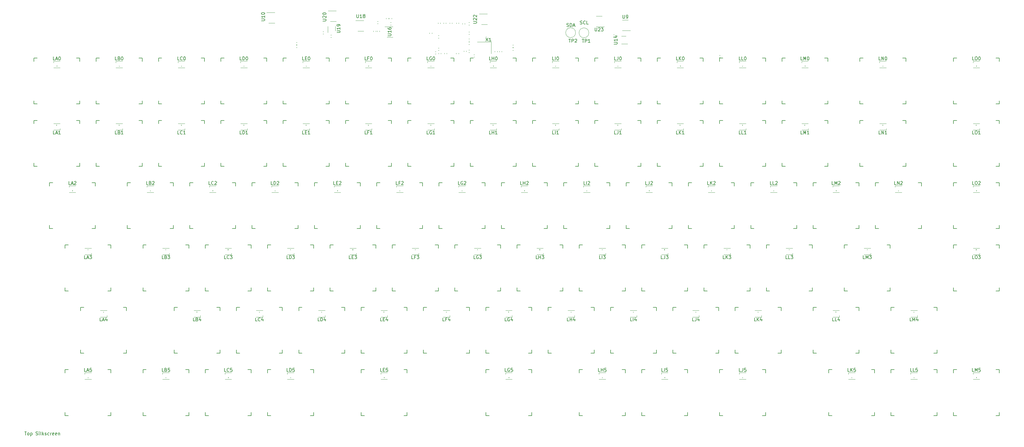
<source format=gbr>
G04 #@! TF.GenerationSoftware,KiCad,Pcbnew,5.1.9+dfsg1-1*
G04 #@! TF.CreationDate,2021-05-27T11:39:34-06:00*
G04 #@! TF.ProjectId,launch,6c61756e-6368-42e6-9b69-6361645f7063,rev?*
G04 #@! TF.SameCoordinates,Original*
G04 #@! TF.FileFunction,Legend,Top*
G04 #@! TF.FilePolarity,Positive*
%FSLAX46Y46*%
G04 Gerber Fmt 4.6, Leading zero omitted, Abs format (unit mm)*
G04 Created by KiCad (PCBNEW 5.1.9+dfsg1-1) date 2021-05-27 11:39:34*
%MOMM*%
%LPD*%
G01*
G04 APERTURE LIST*
%ADD10C,0.150000*%
%ADD11C,0.120000*%
%ADD12C,0.100000*%
G04 APERTURE END LIST*
D10*
X169509523Y7395238D02*
X169652380Y7347619D01*
X169890476Y7347619D01*
X169985714Y7395238D01*
X170033333Y7442857D01*
X170080952Y7538095D01*
X170080952Y7633333D01*
X170033333Y7728571D01*
X169985714Y7776190D01*
X169890476Y7823809D01*
X169700000Y7871428D01*
X169604761Y7919047D01*
X169557142Y7966666D01*
X169509523Y8061904D01*
X169509523Y8157142D01*
X169557142Y8252380D01*
X169604761Y8300000D01*
X169700000Y8347619D01*
X169938095Y8347619D01*
X170080952Y8300000D01*
X171080952Y7442857D02*
X171033333Y7395238D01*
X170890476Y7347619D01*
X170795238Y7347619D01*
X170652380Y7395238D01*
X170557142Y7490476D01*
X170509523Y7585714D01*
X170461904Y7776190D01*
X170461904Y7919047D01*
X170509523Y8109523D01*
X170557142Y8204761D01*
X170652380Y8300000D01*
X170795238Y8347619D01*
X170890476Y8347619D01*
X171033333Y8300000D01*
X171080952Y8252380D01*
X171985714Y7347619D02*
X171509523Y7347619D01*
X171509523Y8347619D01*
X165435714Y6645238D02*
X165578571Y6597619D01*
X165816666Y6597619D01*
X165911904Y6645238D01*
X165959523Y6692857D01*
X166007142Y6788095D01*
X166007142Y6883333D01*
X165959523Y6978571D01*
X165911904Y7026190D01*
X165816666Y7073809D01*
X165626190Y7121428D01*
X165530952Y7169047D01*
X165483333Y7216666D01*
X165435714Y7311904D01*
X165435714Y7407142D01*
X165483333Y7502380D01*
X165530952Y7550000D01*
X165626190Y7597619D01*
X165864285Y7597619D01*
X166007142Y7550000D01*
X166435714Y6597619D02*
X166435714Y7597619D01*
X166673809Y7597619D01*
X166816666Y7550000D01*
X166911904Y7454761D01*
X166959523Y7359523D01*
X167007142Y7169047D01*
X167007142Y7026190D01*
X166959523Y6835714D01*
X166911904Y6740476D01*
X166816666Y6645238D01*
X166673809Y6597619D01*
X166435714Y6597619D01*
X167388095Y6883333D02*
X167864285Y6883333D01*
X167292857Y6597619D02*
X167626190Y7597619D01*
X167959523Y6597619D01*
X192738Y-116952380D02*
X764166Y-116952380D01*
X478452Y-117952380D02*
X478452Y-116952380D01*
X1240357Y-117952380D02*
X1145119Y-117904761D01*
X1097500Y-117857142D01*
X1049880Y-117761904D01*
X1049880Y-117476190D01*
X1097500Y-117380952D01*
X1145119Y-117333333D01*
X1240357Y-117285714D01*
X1383214Y-117285714D01*
X1478452Y-117333333D01*
X1526071Y-117380952D01*
X1573690Y-117476190D01*
X1573690Y-117761904D01*
X1526071Y-117857142D01*
X1478452Y-117904761D01*
X1383214Y-117952380D01*
X1240357Y-117952380D01*
X2002261Y-117285714D02*
X2002261Y-118285714D01*
X2002261Y-117333333D02*
X2097500Y-117285714D01*
X2287976Y-117285714D01*
X2383214Y-117333333D01*
X2430833Y-117380952D01*
X2478452Y-117476190D01*
X2478452Y-117761904D01*
X2430833Y-117857142D01*
X2383214Y-117904761D01*
X2287976Y-117952380D01*
X2097500Y-117952380D01*
X2002261Y-117904761D01*
X3621309Y-117904761D02*
X3764166Y-117952380D01*
X4002261Y-117952380D01*
X4097499Y-117904761D01*
X4145119Y-117857142D01*
X4192738Y-117761904D01*
X4192738Y-117666666D01*
X4145119Y-117571428D01*
X4097499Y-117523809D01*
X4002261Y-117476190D01*
X3811785Y-117428571D01*
X3716547Y-117380952D01*
X3668928Y-117333333D01*
X3621309Y-117238095D01*
X3621309Y-117142857D01*
X3668928Y-117047619D01*
X3716547Y-117000000D01*
X3811785Y-116952380D01*
X4049880Y-116952380D01*
X4192738Y-117000000D01*
X4621309Y-117952380D02*
X4621309Y-117285714D01*
X4621309Y-116952380D02*
X4573690Y-117000000D01*
X4621309Y-117047619D01*
X4668928Y-117000000D01*
X4621309Y-116952380D01*
X4621309Y-117047619D01*
X5240357Y-117952380D02*
X5145119Y-117904761D01*
X5097499Y-117809523D01*
X5097499Y-116952380D01*
X5621309Y-117952380D02*
X5621309Y-116952380D01*
X5716547Y-117571428D02*
X6002261Y-117952380D01*
X6002261Y-117285714D02*
X5621309Y-117666666D01*
X6383214Y-117904761D02*
X6478452Y-117952380D01*
X6668928Y-117952380D01*
X6764166Y-117904761D01*
X6811785Y-117809523D01*
X6811785Y-117761904D01*
X6764166Y-117666666D01*
X6668928Y-117619047D01*
X6526071Y-117619047D01*
X6430833Y-117571428D01*
X6383214Y-117476190D01*
X6383214Y-117428571D01*
X6430833Y-117333333D01*
X6526071Y-117285714D01*
X6668928Y-117285714D01*
X6764166Y-117333333D01*
X7668928Y-117904761D02*
X7573690Y-117952380D01*
X7383214Y-117952380D01*
X7287976Y-117904761D01*
X7240357Y-117857142D01*
X7192738Y-117761904D01*
X7192738Y-117476190D01*
X7240357Y-117380952D01*
X7287976Y-117333333D01*
X7383214Y-117285714D01*
X7573690Y-117285714D01*
X7668928Y-117333333D01*
X8097499Y-117952380D02*
X8097499Y-117285714D01*
X8097499Y-117476190D02*
X8145119Y-117380952D01*
X8192738Y-117333333D01*
X8287976Y-117285714D01*
X8383214Y-117285714D01*
X9097500Y-117904761D02*
X9002261Y-117952380D01*
X8811785Y-117952380D01*
X8716547Y-117904761D01*
X8668928Y-117809523D01*
X8668928Y-117428571D01*
X8716547Y-117333333D01*
X8811785Y-117285714D01*
X9002261Y-117285714D01*
X9097500Y-117333333D01*
X9145119Y-117428571D01*
X9145119Y-117523809D01*
X8668928Y-117619047D01*
X9954642Y-117904761D02*
X9859404Y-117952380D01*
X9668928Y-117952380D01*
X9573690Y-117904761D01*
X9526071Y-117809523D01*
X9526071Y-117428571D01*
X9573690Y-117333333D01*
X9668928Y-117285714D01*
X9859404Y-117285714D01*
X9954642Y-117333333D01*
X10002261Y-117428571D01*
X10002261Y-117523809D01*
X9526071Y-117619047D01*
X10430833Y-117285714D02*
X10430833Y-117952380D01*
X10430833Y-117380952D02*
X10478452Y-117333333D01*
X10573690Y-117285714D01*
X10716547Y-117285714D01*
X10811785Y-117333333D01*
X10859404Y-117428571D01*
X10859404Y-117952380D01*
D11*
X106490000Y5073645D02*
X106490000Y5326355D01*
X107210000Y5073645D02*
X107210000Y5326355D01*
X111060000Y9176355D02*
X111060000Y8923645D01*
X110340000Y9176355D02*
X110340000Y8923645D01*
D12*
G36*
X290150000Y-61250000D02*
G01*
X290350000Y-61450000D01*
X290150000Y-61650000D01*
X290150000Y-61250000D01*
G37*
D11*
X291250000Y-60950000D02*
X289250000Y-60950000D01*
X291250000Y-62950000D02*
X289250000Y-62950000D01*
X291250000Y-62500000D02*
X291250000Y-62950000D01*
D12*
G36*
X290350000Y-43650000D02*
G01*
X290150000Y-43450000D01*
X290350000Y-43250000D01*
X290350000Y-43650000D01*
G37*
D11*
X289250000Y-43950000D02*
X291250000Y-43950000D01*
X289250000Y-41950000D02*
X291250000Y-41950000D01*
X289250000Y-42400000D02*
X289250000Y-41950000D01*
D12*
G36*
X290150000Y-23250000D02*
G01*
X290350000Y-23450000D01*
X290150000Y-23650000D01*
X290150000Y-23250000D01*
G37*
D11*
X291250000Y-22950000D02*
X289250000Y-22950000D01*
X291250000Y-24950000D02*
X289250000Y-24950000D01*
X291250000Y-24500000D02*
X291250000Y-24950000D01*
D12*
G36*
X290350000Y-5650000D02*
G01*
X290150000Y-5450000D01*
X290350000Y-5250000D01*
X290350000Y-5650000D01*
G37*
D11*
X289250000Y-5950000D02*
X291250000Y-5950000D01*
X289250000Y-3950000D02*
X291250000Y-3950000D01*
X289250000Y-4400000D02*
X289250000Y-3950000D01*
D12*
G36*
X266600000Y-43650000D02*
G01*
X266400000Y-43450000D01*
X266600000Y-43250000D01*
X266600000Y-43650000D01*
G37*
D11*
X265500000Y-43950000D02*
X267500000Y-43950000D01*
X265500000Y-41950000D02*
X267500000Y-41950000D01*
X265500000Y-42400000D02*
X265500000Y-41950000D01*
D12*
G36*
X261650000Y-23250000D02*
G01*
X261850000Y-23450000D01*
X261650000Y-23650000D01*
X261650000Y-23250000D01*
G37*
D11*
X262750000Y-22950000D02*
X260750000Y-22950000D01*
X262750000Y-24950000D02*
X260750000Y-24950000D01*
X262750000Y-24500000D02*
X262750000Y-24950000D01*
D12*
G36*
X261850000Y-5650000D02*
G01*
X261650000Y-5450000D01*
X261850000Y-5250000D01*
X261850000Y-5650000D01*
G37*
D11*
X260750000Y-5950000D02*
X262750000Y-5950000D01*
X260750000Y-3950000D02*
X262750000Y-3950000D01*
X260750000Y-4400000D02*
X260750000Y-3950000D01*
D12*
G36*
X290350000Y-100650000D02*
G01*
X290150000Y-100450000D01*
X290350000Y-100250000D01*
X290350000Y-100650000D01*
G37*
D11*
X289250000Y-100950000D02*
X291250000Y-100950000D01*
X289250000Y-98950000D02*
X291250000Y-98950000D01*
X289250000Y-99400000D02*
X289250000Y-98950000D01*
D12*
G36*
X256900000Y-61250000D02*
G01*
X257100000Y-61450000D01*
X256900000Y-61650000D01*
X256900000Y-61250000D01*
G37*
D11*
X258000000Y-60950000D02*
X256000000Y-60950000D01*
X258000000Y-62950000D02*
X256000000Y-62950000D01*
X258000000Y-62500000D02*
X258000000Y-62950000D01*
D12*
G36*
X247600000Y-43650000D02*
G01*
X247400000Y-43450000D01*
X247600000Y-43250000D01*
X247600000Y-43650000D01*
G37*
D11*
X246500000Y-43950000D02*
X248500000Y-43950000D01*
X246500000Y-41950000D02*
X248500000Y-41950000D01*
X246500000Y-42400000D02*
X246500000Y-41950000D01*
D12*
G36*
X237900000Y-23250000D02*
G01*
X238100000Y-23450000D01*
X237900000Y-23650000D01*
X237900000Y-23250000D01*
G37*
D11*
X239000000Y-22950000D02*
X237000000Y-22950000D01*
X239000000Y-24950000D02*
X237000000Y-24950000D01*
X239000000Y-24500000D02*
X239000000Y-24950000D01*
D12*
G36*
X238100000Y-5650000D02*
G01*
X237900000Y-5450000D01*
X238100000Y-5250000D01*
X238100000Y-5650000D01*
G37*
D11*
X237000000Y-5950000D02*
X239000000Y-5950000D01*
X237000000Y-3950000D02*
X239000000Y-3950000D01*
X237000000Y-4400000D02*
X237000000Y-3950000D01*
D12*
G36*
X271350000Y-100650000D02*
G01*
X271150000Y-100450000D01*
X271350000Y-100250000D01*
X271350000Y-100650000D01*
G37*
D11*
X270250000Y-100950000D02*
X272250000Y-100950000D01*
X270250000Y-98950000D02*
X272250000Y-98950000D01*
X270250000Y-99400000D02*
X270250000Y-98950000D01*
D12*
G36*
X247400000Y-80250000D02*
G01*
X247600000Y-80450000D01*
X247400000Y-80650000D01*
X247400000Y-80250000D01*
G37*
D11*
X248500000Y-79950000D02*
X246500000Y-79950000D01*
X248500000Y-81950000D02*
X246500000Y-81950000D01*
X248500000Y-81500000D02*
X248500000Y-81950000D01*
D12*
G36*
X233150000Y-61250000D02*
G01*
X233350000Y-61450000D01*
X233150000Y-61650000D01*
X233150000Y-61250000D01*
G37*
D11*
X234250000Y-60950000D02*
X232250000Y-60950000D01*
X234250000Y-62950000D02*
X232250000Y-62950000D01*
X234250000Y-62500000D02*
X234250000Y-62950000D01*
D12*
G36*
X228600000Y-43650000D02*
G01*
X228400000Y-43450000D01*
X228600000Y-43250000D01*
X228600000Y-43650000D01*
G37*
D11*
X227500000Y-43950000D02*
X229500000Y-43950000D01*
X227500000Y-41950000D02*
X229500000Y-41950000D01*
X227500000Y-42400000D02*
X227500000Y-41950000D01*
D12*
G36*
X218900000Y-23250000D02*
G01*
X219100000Y-23450000D01*
X218900000Y-23650000D01*
X218900000Y-23250000D01*
G37*
D11*
X220000000Y-22950000D02*
X218000000Y-22950000D01*
X220000000Y-24950000D02*
X218000000Y-24950000D01*
X220000000Y-24500000D02*
X220000000Y-24950000D01*
D12*
G36*
X219100000Y-5650000D02*
G01*
X218900000Y-5450000D01*
X219100000Y-5250000D01*
X219100000Y-5650000D01*
G37*
D11*
X218000000Y-5950000D02*
X220000000Y-5950000D01*
X218000000Y-3950000D02*
X220000000Y-3950000D01*
X218000000Y-4400000D02*
X218000000Y-3950000D01*
D12*
G36*
X252350000Y-100650000D02*
G01*
X252150000Y-100450000D01*
X252350000Y-100250000D01*
X252350000Y-100650000D01*
G37*
D11*
X251250000Y-100950000D02*
X253250000Y-100950000D01*
X251250000Y-98950000D02*
X253250000Y-98950000D01*
X251250000Y-99400000D02*
X251250000Y-98950000D01*
D12*
G36*
X223650000Y-80250000D02*
G01*
X223850000Y-80450000D01*
X223650000Y-80650000D01*
X223650000Y-80250000D01*
G37*
D11*
X224750000Y-79950000D02*
X222750000Y-79950000D01*
X224750000Y-81950000D02*
X222750000Y-81950000D01*
X224750000Y-81500000D02*
X224750000Y-81950000D01*
D12*
G36*
X214150000Y-61250000D02*
G01*
X214350000Y-61450000D01*
X214150000Y-61650000D01*
X214150000Y-61250000D01*
G37*
D11*
X215250000Y-60950000D02*
X213250000Y-60950000D01*
X215250000Y-62950000D02*
X213250000Y-62950000D01*
X215250000Y-62500000D02*
X215250000Y-62950000D01*
D12*
G36*
X209600000Y-43650000D02*
G01*
X209400000Y-43450000D01*
X209600000Y-43250000D01*
X209600000Y-43650000D01*
G37*
D11*
X208500000Y-43950000D02*
X210500000Y-43950000D01*
X208500000Y-41950000D02*
X210500000Y-41950000D01*
X208500000Y-42400000D02*
X208500000Y-41950000D01*
D12*
G36*
X199900000Y-23250000D02*
G01*
X200100000Y-23450000D01*
X199900000Y-23650000D01*
X199900000Y-23250000D01*
G37*
D11*
X201000000Y-22950000D02*
X199000000Y-22950000D01*
X201000000Y-24950000D02*
X199000000Y-24950000D01*
X201000000Y-24500000D02*
X201000000Y-24950000D01*
D12*
G36*
X200100000Y-5650000D02*
G01*
X199900000Y-5450000D01*
X200100000Y-5250000D01*
X200100000Y-5650000D01*
G37*
D11*
X199000000Y-5950000D02*
X201000000Y-5950000D01*
X199000000Y-3950000D02*
X201000000Y-3950000D01*
X199000000Y-4400000D02*
X199000000Y-3950000D01*
D12*
G36*
X219100000Y-100650000D02*
G01*
X218900000Y-100450000D01*
X219100000Y-100250000D01*
X219100000Y-100650000D01*
G37*
D11*
X218000000Y-100950000D02*
X220000000Y-100950000D01*
X218000000Y-98950000D02*
X220000000Y-98950000D01*
X218000000Y-99400000D02*
X218000000Y-98950000D01*
D12*
G36*
X204650000Y-80250000D02*
G01*
X204850000Y-80450000D01*
X204650000Y-80650000D01*
X204650000Y-80250000D01*
G37*
D11*
X205750000Y-79950000D02*
X203750000Y-79950000D01*
X205750000Y-81950000D02*
X203750000Y-81950000D01*
X205750000Y-81500000D02*
X205750000Y-81950000D01*
D12*
G36*
X195150000Y-61250000D02*
G01*
X195350000Y-61450000D01*
X195150000Y-61650000D01*
X195150000Y-61250000D01*
G37*
D11*
X196250000Y-60950000D02*
X194250000Y-60950000D01*
X196250000Y-62950000D02*
X194250000Y-62950000D01*
X196250000Y-62500000D02*
X196250000Y-62950000D01*
D12*
G36*
X190600000Y-43650000D02*
G01*
X190400000Y-43450000D01*
X190600000Y-43250000D01*
X190600000Y-43650000D01*
G37*
D11*
X189500000Y-43950000D02*
X191500000Y-43950000D01*
X189500000Y-41950000D02*
X191500000Y-41950000D01*
X189500000Y-42400000D02*
X189500000Y-41950000D01*
D12*
G36*
X180900000Y-23250000D02*
G01*
X181100000Y-23450000D01*
X180900000Y-23650000D01*
X180900000Y-23250000D01*
G37*
D11*
X182000000Y-22950000D02*
X180000000Y-22950000D01*
X182000000Y-24950000D02*
X180000000Y-24950000D01*
X182000000Y-24500000D02*
X182000000Y-24950000D01*
D12*
G36*
X181100000Y-5650000D02*
G01*
X180900000Y-5450000D01*
X181100000Y-5250000D01*
X181100000Y-5650000D01*
G37*
D11*
X180000000Y-5950000D02*
X182000000Y-5950000D01*
X180000000Y-3950000D02*
X182000000Y-3950000D01*
X180000000Y-4400000D02*
X180000000Y-3950000D01*
D12*
G36*
X195350000Y-100650000D02*
G01*
X195150000Y-100450000D01*
X195350000Y-100250000D01*
X195350000Y-100650000D01*
G37*
D11*
X194250000Y-100950000D02*
X196250000Y-100950000D01*
X194250000Y-98950000D02*
X196250000Y-98950000D01*
X194250000Y-99400000D02*
X194250000Y-98950000D01*
D12*
G36*
X185650000Y-80250000D02*
G01*
X185850000Y-80450000D01*
X185650000Y-80650000D01*
X185650000Y-80250000D01*
G37*
D11*
X186750000Y-79950000D02*
X184750000Y-79950000D01*
X186750000Y-81950000D02*
X184750000Y-81950000D01*
X186750000Y-81500000D02*
X186750000Y-81950000D01*
D12*
G36*
X176150000Y-61250000D02*
G01*
X176350000Y-61450000D01*
X176150000Y-61650000D01*
X176150000Y-61250000D01*
G37*
D11*
X177250000Y-60950000D02*
X175250000Y-60950000D01*
X177250000Y-62950000D02*
X175250000Y-62950000D01*
X177250000Y-62500000D02*
X177250000Y-62950000D01*
D12*
G36*
X171600000Y-43650000D02*
G01*
X171400000Y-43450000D01*
X171600000Y-43250000D01*
X171600000Y-43650000D01*
G37*
D11*
X170500000Y-43950000D02*
X172500000Y-43950000D01*
X170500000Y-41950000D02*
X172500000Y-41950000D01*
X170500000Y-42400000D02*
X170500000Y-41950000D01*
D12*
G36*
X161900000Y-23250000D02*
G01*
X162100000Y-23450000D01*
X161900000Y-23650000D01*
X161900000Y-23250000D01*
G37*
D11*
X163000000Y-22950000D02*
X161000000Y-22950000D01*
X163000000Y-24950000D02*
X161000000Y-24950000D01*
X163000000Y-24500000D02*
X163000000Y-24950000D01*
D12*
G36*
X162100000Y-5650000D02*
G01*
X161900000Y-5450000D01*
X162100000Y-5250000D01*
X162100000Y-5650000D01*
G37*
D11*
X161000000Y-5950000D02*
X163000000Y-5950000D01*
X161000000Y-3950000D02*
X163000000Y-3950000D01*
X161000000Y-4400000D02*
X161000000Y-3950000D01*
D12*
G36*
X176350000Y-100650000D02*
G01*
X176150000Y-100450000D01*
X176350000Y-100250000D01*
X176350000Y-100650000D01*
G37*
D11*
X175250000Y-100950000D02*
X177250000Y-100950000D01*
X175250000Y-98950000D02*
X177250000Y-98950000D01*
X175250000Y-99400000D02*
X175250000Y-98950000D01*
D12*
G36*
X166650000Y-80250000D02*
G01*
X166850000Y-80450000D01*
X166650000Y-80650000D01*
X166650000Y-80250000D01*
G37*
D11*
X167750000Y-79950000D02*
X165750000Y-79950000D01*
X167750000Y-81950000D02*
X165750000Y-81950000D01*
X167750000Y-81500000D02*
X167750000Y-81950000D01*
D12*
G36*
X157150000Y-61250000D02*
G01*
X157350000Y-61450000D01*
X157150000Y-61650000D01*
X157150000Y-61250000D01*
G37*
D11*
X158250000Y-60950000D02*
X156250000Y-60950000D01*
X158250000Y-62950000D02*
X156250000Y-62950000D01*
X158250000Y-62500000D02*
X158250000Y-62950000D01*
D12*
G36*
X152600000Y-43650000D02*
G01*
X152400000Y-43450000D01*
X152600000Y-43250000D01*
X152600000Y-43650000D01*
G37*
D11*
X151500000Y-43950000D02*
X153500000Y-43950000D01*
X151500000Y-41950000D02*
X153500000Y-41950000D01*
X151500000Y-42400000D02*
X151500000Y-41950000D01*
D12*
G36*
X142900000Y-23250000D02*
G01*
X143100000Y-23450000D01*
X142900000Y-23650000D01*
X142900000Y-23250000D01*
G37*
D11*
X144000000Y-22950000D02*
X142000000Y-22950000D01*
X144000000Y-24950000D02*
X142000000Y-24950000D01*
X144000000Y-24500000D02*
X144000000Y-24950000D01*
D12*
G36*
X143100000Y-5650000D02*
G01*
X142900000Y-5450000D01*
X143100000Y-5250000D01*
X143100000Y-5650000D01*
G37*
D11*
X142000000Y-5950000D02*
X144000000Y-5950000D01*
X142000000Y-3950000D02*
X144000000Y-3950000D01*
X142000000Y-4400000D02*
X142000000Y-3950000D01*
D12*
G36*
X147850000Y-100650000D02*
G01*
X147650000Y-100450000D01*
X147850000Y-100250000D01*
X147850000Y-100650000D01*
G37*
D11*
X146750000Y-100950000D02*
X148750000Y-100950000D01*
X146750000Y-98950000D02*
X148750000Y-98950000D01*
X146750000Y-99400000D02*
X146750000Y-98950000D01*
D12*
G36*
X147650000Y-80250000D02*
G01*
X147850000Y-80450000D01*
X147650000Y-80650000D01*
X147650000Y-80250000D01*
G37*
D11*
X148750000Y-79950000D02*
X146750000Y-79950000D01*
X148750000Y-81950000D02*
X146750000Y-81950000D01*
X148750000Y-81500000D02*
X148750000Y-81950000D01*
D12*
G36*
X138150000Y-61250000D02*
G01*
X138350000Y-61450000D01*
X138150000Y-61650000D01*
X138150000Y-61250000D01*
G37*
D11*
X139250000Y-60950000D02*
X137250000Y-60950000D01*
X139250000Y-62950000D02*
X137250000Y-62950000D01*
X139250000Y-62500000D02*
X139250000Y-62950000D01*
D12*
G36*
X133600000Y-43650000D02*
G01*
X133400000Y-43450000D01*
X133600000Y-43250000D01*
X133600000Y-43650000D01*
G37*
D11*
X132500000Y-43950000D02*
X134500000Y-43950000D01*
X132500000Y-41950000D02*
X134500000Y-41950000D01*
X132500000Y-42400000D02*
X132500000Y-41950000D01*
D12*
G36*
X123900000Y-23250000D02*
G01*
X124100000Y-23450000D01*
X123900000Y-23650000D01*
X123900000Y-23250000D01*
G37*
D11*
X125000000Y-22950000D02*
X123000000Y-22950000D01*
X125000000Y-24950000D02*
X123000000Y-24950000D01*
X125000000Y-24500000D02*
X125000000Y-24950000D01*
D12*
G36*
X124100000Y-5650000D02*
G01*
X123900000Y-5450000D01*
X124100000Y-5250000D01*
X124100000Y-5650000D01*
G37*
D11*
X123000000Y-5950000D02*
X125000000Y-5950000D01*
X123000000Y-3950000D02*
X125000000Y-3950000D01*
X123000000Y-4400000D02*
X123000000Y-3950000D01*
D12*
G36*
X128650000Y-80250000D02*
G01*
X128850000Y-80450000D01*
X128650000Y-80650000D01*
X128650000Y-80250000D01*
G37*
D11*
X129750000Y-79950000D02*
X127750000Y-79950000D01*
X129750000Y-81950000D02*
X127750000Y-81950000D01*
X129750000Y-81500000D02*
X129750000Y-81950000D01*
D12*
G36*
X119150000Y-61250000D02*
G01*
X119350000Y-61450000D01*
X119150000Y-61650000D01*
X119150000Y-61250000D01*
G37*
D11*
X120250000Y-60950000D02*
X118250000Y-60950000D01*
X120250000Y-62950000D02*
X118250000Y-62950000D01*
X120250000Y-62500000D02*
X120250000Y-62950000D01*
D12*
G36*
X114600000Y-43650000D02*
G01*
X114400000Y-43450000D01*
X114600000Y-43250000D01*
X114600000Y-43650000D01*
G37*
D11*
X113500000Y-43950000D02*
X115500000Y-43950000D01*
X113500000Y-41950000D02*
X115500000Y-41950000D01*
X113500000Y-42400000D02*
X113500000Y-41950000D01*
D12*
G36*
X104900000Y-23250000D02*
G01*
X105100000Y-23450000D01*
X104900000Y-23650000D01*
X104900000Y-23250000D01*
G37*
D11*
X106000000Y-22950000D02*
X104000000Y-22950000D01*
X106000000Y-24950000D02*
X104000000Y-24950000D01*
X106000000Y-24500000D02*
X106000000Y-24950000D01*
D12*
G36*
X105100000Y-5650000D02*
G01*
X104900000Y-5450000D01*
X105100000Y-5250000D01*
X105100000Y-5650000D01*
G37*
D11*
X104000000Y-5950000D02*
X106000000Y-5950000D01*
X104000000Y-3950000D02*
X106000000Y-3950000D01*
X104000000Y-4400000D02*
X104000000Y-3950000D01*
D12*
G36*
X109850000Y-100650000D02*
G01*
X109650000Y-100450000D01*
X109850000Y-100250000D01*
X109850000Y-100650000D01*
G37*
D11*
X108750000Y-100950000D02*
X110750000Y-100950000D01*
X108750000Y-98950000D02*
X110750000Y-98950000D01*
X108750000Y-99400000D02*
X108750000Y-98950000D01*
D12*
G36*
X109650000Y-80250000D02*
G01*
X109850000Y-80450000D01*
X109650000Y-80650000D01*
X109650000Y-80250000D01*
G37*
D11*
X110750000Y-79950000D02*
X108750000Y-79950000D01*
X110750000Y-81950000D02*
X108750000Y-81950000D01*
X110750000Y-81500000D02*
X110750000Y-81950000D01*
D12*
G36*
X100150000Y-61250000D02*
G01*
X100350000Y-61450000D01*
X100150000Y-61650000D01*
X100150000Y-61250000D01*
G37*
D11*
X101250000Y-60950000D02*
X99250000Y-60950000D01*
X101250000Y-62950000D02*
X99250000Y-62950000D01*
X101250000Y-62500000D02*
X101250000Y-62950000D01*
D12*
G36*
X95600000Y-43650000D02*
G01*
X95400000Y-43450000D01*
X95600000Y-43250000D01*
X95600000Y-43650000D01*
G37*
D11*
X94500000Y-43950000D02*
X96500000Y-43950000D01*
X94500000Y-41950000D02*
X96500000Y-41950000D01*
X94500000Y-42400000D02*
X94500000Y-41950000D01*
D12*
G36*
X85900000Y-23250000D02*
G01*
X86100000Y-23450000D01*
X85900000Y-23650000D01*
X85900000Y-23250000D01*
G37*
D11*
X87000000Y-22950000D02*
X85000000Y-22950000D01*
X87000000Y-24950000D02*
X85000000Y-24950000D01*
X87000000Y-24500000D02*
X87000000Y-24950000D01*
D12*
G36*
X86100000Y-5650000D02*
G01*
X85900000Y-5450000D01*
X86100000Y-5250000D01*
X86100000Y-5650000D01*
G37*
D11*
X85000000Y-5950000D02*
X87000000Y-5950000D01*
X85000000Y-3950000D02*
X87000000Y-3950000D01*
X85000000Y-4400000D02*
X85000000Y-3950000D01*
D12*
G36*
X81350000Y-100650000D02*
G01*
X81150000Y-100450000D01*
X81350000Y-100250000D01*
X81350000Y-100650000D01*
G37*
D11*
X80250000Y-100950000D02*
X82250000Y-100950000D01*
X80250000Y-98950000D02*
X82250000Y-98950000D01*
X80250000Y-99400000D02*
X80250000Y-98950000D01*
D12*
G36*
X90650000Y-80250000D02*
G01*
X90850000Y-80450000D01*
X90650000Y-80650000D01*
X90650000Y-80250000D01*
G37*
D11*
X91750000Y-79950000D02*
X89750000Y-79950000D01*
X91750000Y-81950000D02*
X89750000Y-81950000D01*
X91750000Y-81500000D02*
X91750000Y-81950000D01*
D12*
G36*
X81150000Y-61250000D02*
G01*
X81350000Y-61450000D01*
X81150000Y-61650000D01*
X81150000Y-61250000D01*
G37*
D11*
X82250000Y-60950000D02*
X80250000Y-60950000D01*
X82250000Y-62950000D02*
X80250000Y-62950000D01*
X82250000Y-62500000D02*
X82250000Y-62950000D01*
D12*
G36*
X76600000Y-43650000D02*
G01*
X76400000Y-43450000D01*
X76600000Y-43250000D01*
X76600000Y-43650000D01*
G37*
D11*
X75500000Y-43950000D02*
X77500000Y-43950000D01*
X75500000Y-41950000D02*
X77500000Y-41950000D01*
X75500000Y-42400000D02*
X75500000Y-41950000D01*
D12*
G36*
X66900000Y-23250000D02*
G01*
X67100000Y-23450000D01*
X66900000Y-23650000D01*
X66900000Y-23250000D01*
G37*
D11*
X68000000Y-22950000D02*
X66000000Y-22950000D01*
X68000000Y-24950000D02*
X66000000Y-24950000D01*
X68000000Y-24500000D02*
X68000000Y-24950000D01*
D12*
G36*
X67100000Y-5650000D02*
G01*
X66900000Y-5450000D01*
X67100000Y-5250000D01*
X67100000Y-5650000D01*
G37*
D11*
X66000000Y-5950000D02*
X68000000Y-5950000D01*
X66000000Y-3950000D02*
X68000000Y-3950000D01*
X66000000Y-4400000D02*
X66000000Y-3950000D01*
D12*
G36*
X62350000Y-100650000D02*
G01*
X62150000Y-100450000D01*
X62350000Y-100250000D01*
X62350000Y-100650000D01*
G37*
D11*
X61250000Y-100950000D02*
X63250000Y-100950000D01*
X61250000Y-98950000D02*
X63250000Y-98950000D01*
X61250000Y-99400000D02*
X61250000Y-98950000D01*
D12*
G36*
X71650000Y-80250000D02*
G01*
X71850000Y-80450000D01*
X71650000Y-80650000D01*
X71650000Y-80250000D01*
G37*
D11*
X72750000Y-79950000D02*
X70750000Y-79950000D01*
X72750000Y-81950000D02*
X70750000Y-81950000D01*
X72750000Y-81500000D02*
X72750000Y-81950000D01*
D12*
G36*
X62150000Y-61250000D02*
G01*
X62350000Y-61450000D01*
X62150000Y-61650000D01*
X62150000Y-61250000D01*
G37*
D11*
X63250000Y-60950000D02*
X61250000Y-60950000D01*
X63250000Y-62950000D02*
X61250000Y-62950000D01*
X63250000Y-62500000D02*
X63250000Y-62950000D01*
D12*
G36*
X57600000Y-43650000D02*
G01*
X57400000Y-43450000D01*
X57600000Y-43250000D01*
X57600000Y-43650000D01*
G37*
D11*
X56500000Y-43950000D02*
X58500000Y-43950000D01*
X56500000Y-41950000D02*
X58500000Y-41950000D01*
X56500000Y-42400000D02*
X56500000Y-41950000D01*
D12*
G36*
X47900000Y-23250000D02*
G01*
X48100000Y-23450000D01*
X47900000Y-23650000D01*
X47900000Y-23250000D01*
G37*
D11*
X49000000Y-22950000D02*
X47000000Y-22950000D01*
X49000000Y-24950000D02*
X47000000Y-24950000D01*
X49000000Y-24500000D02*
X49000000Y-24950000D01*
D12*
G36*
X48100000Y-5650000D02*
G01*
X47900000Y-5450000D01*
X48100000Y-5250000D01*
X48100000Y-5650000D01*
G37*
D11*
X47000000Y-5950000D02*
X49000000Y-5950000D01*
X47000000Y-3950000D02*
X49000000Y-3950000D01*
X47000000Y-4400000D02*
X47000000Y-3950000D01*
D12*
G36*
X43350000Y-100650000D02*
G01*
X43150000Y-100450000D01*
X43350000Y-100250000D01*
X43350000Y-100650000D01*
G37*
D11*
X42250000Y-100950000D02*
X44250000Y-100950000D01*
X42250000Y-98950000D02*
X44250000Y-98950000D01*
X42250000Y-99400000D02*
X42250000Y-98950000D01*
D12*
G36*
X52650000Y-80250000D02*
G01*
X52850000Y-80450000D01*
X52650000Y-80650000D01*
X52650000Y-80250000D01*
G37*
D11*
X53750000Y-79950000D02*
X51750000Y-79950000D01*
X53750000Y-81950000D02*
X51750000Y-81950000D01*
X53750000Y-81500000D02*
X53750000Y-81950000D01*
D12*
G36*
X43150000Y-61250000D02*
G01*
X43350000Y-61450000D01*
X43150000Y-61650000D01*
X43150000Y-61250000D01*
G37*
D11*
X44250000Y-60950000D02*
X42250000Y-60950000D01*
X44250000Y-62950000D02*
X42250000Y-62950000D01*
X44250000Y-62500000D02*
X44250000Y-62950000D01*
D12*
G36*
X38600000Y-43650000D02*
G01*
X38400000Y-43450000D01*
X38600000Y-43250000D01*
X38600000Y-43650000D01*
G37*
D11*
X37500000Y-43950000D02*
X39500000Y-43950000D01*
X37500000Y-41950000D02*
X39500000Y-41950000D01*
X37500000Y-42400000D02*
X37500000Y-41950000D01*
D12*
G36*
X28900000Y-23250000D02*
G01*
X29100000Y-23450000D01*
X28900000Y-23650000D01*
X28900000Y-23250000D01*
G37*
D11*
X30000000Y-22950000D02*
X28000000Y-22950000D01*
X30000000Y-24950000D02*
X28000000Y-24950000D01*
X30000000Y-24500000D02*
X30000000Y-24950000D01*
D12*
G36*
X29100000Y-5650000D02*
G01*
X28900000Y-5450000D01*
X29100000Y-5250000D01*
X29100000Y-5650000D01*
G37*
D11*
X28000000Y-5950000D02*
X30000000Y-5950000D01*
X28000000Y-3950000D02*
X30000000Y-3950000D01*
X28000000Y-4400000D02*
X28000000Y-3950000D01*
D12*
G36*
X19600000Y-100650000D02*
G01*
X19400000Y-100450000D01*
X19600000Y-100250000D01*
X19600000Y-100650000D01*
G37*
D11*
X18500000Y-100950000D02*
X20500000Y-100950000D01*
X18500000Y-98950000D02*
X20500000Y-98950000D01*
X18500000Y-99400000D02*
X18500000Y-98950000D01*
D12*
G36*
X24150000Y-80250000D02*
G01*
X24350000Y-80450000D01*
X24150000Y-80650000D01*
X24150000Y-80250000D01*
G37*
D11*
X25250000Y-79950000D02*
X23250000Y-79950000D01*
X25250000Y-81950000D02*
X23250000Y-81950000D01*
X25250000Y-81500000D02*
X25250000Y-81950000D01*
D12*
G36*
X19400000Y-61250000D02*
G01*
X19600000Y-61450000D01*
X19400000Y-61650000D01*
X19400000Y-61250000D01*
G37*
D11*
X20500000Y-60950000D02*
X18500000Y-60950000D01*
X20500000Y-62950000D02*
X18500000Y-62950000D01*
X20500000Y-62500000D02*
X20500000Y-62950000D01*
D12*
G36*
X14850000Y-43650000D02*
G01*
X14650000Y-43450000D01*
X14850000Y-43250000D01*
X14850000Y-43650000D01*
G37*
D11*
X13750000Y-43950000D02*
X15750000Y-43950000D01*
X13750000Y-41950000D02*
X15750000Y-41950000D01*
X13750000Y-42400000D02*
X13750000Y-41950000D01*
D12*
G36*
X9900000Y-23250000D02*
G01*
X10100000Y-23450000D01*
X9900000Y-23650000D01*
X9900000Y-23250000D01*
G37*
D11*
X11000000Y-22950000D02*
X9000000Y-22950000D01*
X11000000Y-24950000D02*
X9000000Y-24950000D01*
X11000000Y-24500000D02*
X11000000Y-24950000D01*
D12*
G36*
X10100000Y-5650000D02*
G01*
X9900000Y-5450000D01*
X10100000Y-5250000D01*
X10100000Y-5650000D01*
G37*
D11*
X9000000Y-5950000D02*
X11000000Y-5950000D01*
X9000000Y-3950000D02*
X11000000Y-3950000D01*
X9000000Y-4400000D02*
X9000000Y-3950000D01*
D12*
G36*
X271150000Y-80250000D02*
G01*
X271350000Y-80450000D01*
X271150000Y-80650000D01*
X271150000Y-80250000D01*
G37*
D11*
X272250000Y-79950000D02*
X270250000Y-79950000D01*
X272250000Y-81950000D02*
X270250000Y-81950000D01*
X272250000Y-81500000D02*
X272250000Y-81950000D01*
D10*
X174000000Y-36000000D02*
X174000000Y-35000000D01*
X175000000Y-22000000D02*
X174000000Y-22000000D01*
X174000000Y-36000000D02*
X175000000Y-36000000D01*
X174000000Y-23000000D02*
X174000000Y-22000000D01*
X188000000Y-22000000D02*
X188000000Y-23000000D01*
X187000000Y-36000000D02*
X188000000Y-36000000D01*
X188000000Y-22000000D02*
X187000000Y-22000000D01*
X188000000Y-35000000D02*
X188000000Y-36000000D01*
X169250000Y-74000000D02*
X169250000Y-73000000D01*
X170250000Y-60000000D02*
X169250000Y-60000000D01*
X169250000Y-74000000D02*
X170250000Y-74000000D01*
X169250000Y-61000000D02*
X169250000Y-60000000D01*
X183250000Y-60000000D02*
X183250000Y-61000000D01*
X182250000Y-74000000D02*
X183250000Y-74000000D01*
X183250000Y-60000000D02*
X182250000Y-60000000D01*
X183250000Y-73000000D02*
X183250000Y-74000000D01*
X155000000Y-36000000D02*
X155000000Y-35000000D01*
X156000000Y-22000000D02*
X155000000Y-22000000D01*
X155000000Y-36000000D02*
X156000000Y-36000000D01*
X155000000Y-23000000D02*
X155000000Y-22000000D01*
X169000000Y-22000000D02*
X169000000Y-23000000D01*
X168000000Y-36000000D02*
X169000000Y-36000000D01*
X169000000Y-22000000D02*
X168000000Y-22000000D01*
X169000000Y-35000000D02*
X169000000Y-36000000D01*
X22000000Y-36000000D02*
X22000000Y-35000000D01*
X23000000Y-22000000D02*
X22000000Y-22000000D01*
X22000000Y-36000000D02*
X23000000Y-36000000D01*
X22000000Y-23000000D02*
X22000000Y-22000000D01*
X36000000Y-22000000D02*
X36000000Y-23000000D01*
X35000000Y-36000000D02*
X36000000Y-36000000D01*
X36000000Y-22000000D02*
X35000000Y-22000000D01*
X36000000Y-35000000D02*
X36000000Y-36000000D01*
X212000000Y-17000000D02*
X212000000Y-16000000D01*
X213000000Y-3000000D02*
X212000000Y-3000000D01*
X212000000Y-17000000D02*
X213000000Y-17000000D01*
X212000000Y-4000000D02*
X212000000Y-3000000D01*
X226000000Y-3000000D02*
X226000000Y-4000000D01*
X225000000Y-17000000D02*
X226000000Y-17000000D01*
X226000000Y-3000000D02*
X225000000Y-3000000D01*
X226000000Y-16000000D02*
X226000000Y-17000000D01*
X3000000Y-17000000D02*
X3000000Y-16000000D01*
X4000000Y-3000000D02*
X3000000Y-3000000D01*
X3000000Y-17000000D02*
X4000000Y-17000000D01*
X3000000Y-4000000D02*
X3000000Y-3000000D01*
X17000000Y-3000000D02*
X17000000Y-4000000D01*
X16000000Y-17000000D02*
X17000000Y-17000000D01*
X17000000Y-3000000D02*
X16000000Y-3000000D01*
X17000000Y-16000000D02*
X17000000Y-17000000D01*
X45750000Y-93000000D02*
X45750000Y-92000000D01*
X46750000Y-79000000D02*
X45750000Y-79000000D01*
X45750000Y-93000000D02*
X46750000Y-93000000D01*
X45750000Y-80000000D02*
X45750000Y-79000000D01*
X59750000Y-79000000D02*
X59750000Y-80000000D01*
X58750000Y-93000000D02*
X59750000Y-93000000D01*
X59750000Y-79000000D02*
X58750000Y-79000000D01*
X59750000Y-92000000D02*
X59750000Y-93000000D01*
X259500000Y-55000000D02*
X259500000Y-54000000D01*
X260500000Y-41000000D02*
X259500000Y-41000000D01*
X259500000Y-55000000D02*
X260500000Y-55000000D01*
X259500000Y-42000000D02*
X259500000Y-41000000D01*
X273500000Y-41000000D02*
X273500000Y-42000000D01*
X272500000Y-55000000D02*
X273500000Y-55000000D01*
X273500000Y-41000000D02*
X272500000Y-41000000D01*
X273500000Y-54000000D02*
X273500000Y-55000000D01*
X60000000Y-17000000D02*
X60000000Y-16000000D01*
X61000000Y-3000000D02*
X60000000Y-3000000D01*
X60000000Y-17000000D02*
X61000000Y-17000000D01*
X60000000Y-4000000D02*
X60000000Y-3000000D01*
X74000000Y-3000000D02*
X74000000Y-4000000D01*
X73000000Y-17000000D02*
X74000000Y-17000000D01*
X74000000Y-3000000D02*
X73000000Y-3000000D01*
X74000000Y-16000000D02*
X74000000Y-17000000D01*
X17250000Y-93000000D02*
X17250000Y-92000000D01*
X18250000Y-79000000D02*
X17250000Y-79000000D01*
X17250000Y-93000000D02*
X18250000Y-93000000D01*
X17250000Y-80000000D02*
X17250000Y-79000000D01*
X31250000Y-79000000D02*
X31250000Y-80000000D01*
X30250000Y-93000000D02*
X31250000Y-93000000D01*
X31250000Y-79000000D02*
X30250000Y-79000000D01*
X31250000Y-92000000D02*
X31250000Y-93000000D01*
X69500000Y-55000000D02*
X69500000Y-54000000D01*
X70500000Y-41000000D02*
X69500000Y-41000000D01*
X69500000Y-55000000D02*
X70500000Y-55000000D01*
X69500000Y-42000000D02*
X69500000Y-41000000D01*
X83500000Y-41000000D02*
X83500000Y-42000000D01*
X82500000Y-55000000D02*
X83500000Y-55000000D01*
X83500000Y-41000000D02*
X82500000Y-41000000D01*
X83500000Y-54000000D02*
X83500000Y-55000000D01*
X254750000Y-17000000D02*
X254750000Y-16000000D01*
X255750000Y-3000000D02*
X254750000Y-3000000D01*
X254750000Y-17000000D02*
X255750000Y-17000000D01*
X254750000Y-4000000D02*
X254750000Y-3000000D01*
X268750000Y-3000000D02*
X268750000Y-4000000D01*
X267750000Y-17000000D02*
X268750000Y-17000000D01*
X268750000Y-3000000D02*
X267750000Y-3000000D01*
X268750000Y-16000000D02*
X268750000Y-17000000D01*
X41000000Y-17000000D02*
X41000000Y-16000000D01*
X42000000Y-3000000D02*
X41000000Y-3000000D01*
X41000000Y-17000000D02*
X42000000Y-17000000D01*
X41000000Y-4000000D02*
X41000000Y-3000000D01*
X55000000Y-3000000D02*
X55000000Y-4000000D01*
X54000000Y-17000000D02*
X55000000Y-17000000D01*
X55000000Y-3000000D02*
X54000000Y-3000000D01*
X55000000Y-16000000D02*
X55000000Y-17000000D01*
X117000000Y-17000000D02*
X117000000Y-16000000D01*
X118000000Y-3000000D02*
X117000000Y-3000000D01*
X117000000Y-17000000D02*
X118000000Y-17000000D01*
X117000000Y-4000000D02*
X117000000Y-3000000D01*
X131000000Y-3000000D02*
X131000000Y-4000000D01*
X130000000Y-17000000D02*
X131000000Y-17000000D01*
X131000000Y-3000000D02*
X130000000Y-3000000D01*
X131000000Y-16000000D02*
X131000000Y-17000000D01*
X231000000Y-36000000D02*
X231000000Y-35000000D01*
X232000000Y-22000000D02*
X231000000Y-22000000D01*
X231000000Y-36000000D02*
X232000000Y-36000000D01*
X231000000Y-23000000D02*
X231000000Y-22000000D01*
X245000000Y-22000000D02*
X245000000Y-23000000D01*
X244000000Y-36000000D02*
X245000000Y-36000000D01*
X245000000Y-22000000D02*
X244000000Y-22000000D01*
X245000000Y-35000000D02*
X245000000Y-36000000D01*
X102750000Y-93000000D02*
X102750000Y-92000000D01*
X103750000Y-79000000D02*
X102750000Y-79000000D01*
X102750000Y-93000000D02*
X103750000Y-93000000D01*
X102750000Y-80000000D02*
X102750000Y-79000000D01*
X116750000Y-79000000D02*
X116750000Y-80000000D01*
X115750000Y-93000000D02*
X116750000Y-93000000D01*
X116750000Y-79000000D02*
X115750000Y-79000000D01*
X116750000Y-92000000D02*
X116750000Y-93000000D01*
X50500000Y-55000000D02*
X50500000Y-54000000D01*
X51500000Y-41000000D02*
X50500000Y-41000000D01*
X50500000Y-55000000D02*
X51500000Y-55000000D01*
X50500000Y-42000000D02*
X50500000Y-41000000D01*
X64500000Y-41000000D02*
X64500000Y-42000000D01*
X63500000Y-55000000D02*
X64500000Y-55000000D01*
X64500000Y-41000000D02*
X63500000Y-41000000D01*
X64500000Y-54000000D02*
X64500000Y-55000000D01*
X55250000Y-74000000D02*
X55250000Y-73000000D01*
X56250000Y-60000000D02*
X55250000Y-60000000D01*
X55250000Y-74000000D02*
X56250000Y-74000000D01*
X55250000Y-61000000D02*
X55250000Y-60000000D01*
X69250000Y-60000000D02*
X69250000Y-61000000D01*
X68250000Y-74000000D02*
X69250000Y-74000000D01*
X69250000Y-60000000D02*
X68250000Y-60000000D01*
X69250000Y-73000000D02*
X69250000Y-74000000D01*
X74250000Y-112000000D02*
X74250000Y-111000000D01*
X75250000Y-98000000D02*
X74250000Y-98000000D01*
X74250000Y-112000000D02*
X75250000Y-112000000D01*
X74250000Y-99000000D02*
X74250000Y-98000000D01*
X88250000Y-98000000D02*
X88250000Y-99000000D01*
X87250000Y-112000000D02*
X88250000Y-112000000D01*
X88250000Y-98000000D02*
X87250000Y-98000000D01*
X88250000Y-111000000D02*
X88250000Y-112000000D01*
X212000000Y-112000000D02*
X212000000Y-111000000D01*
X213000000Y-98000000D02*
X212000000Y-98000000D01*
X212000000Y-112000000D02*
X213000000Y-112000000D01*
X212000000Y-99000000D02*
X212000000Y-98000000D01*
X226000000Y-98000000D02*
X226000000Y-99000000D01*
X225000000Y-112000000D02*
X226000000Y-112000000D01*
X226000000Y-98000000D02*
X225000000Y-98000000D01*
X226000000Y-111000000D02*
X226000000Y-112000000D01*
X188250000Y-112000000D02*
X188250000Y-111000000D01*
X189250000Y-98000000D02*
X188250000Y-98000000D01*
X188250000Y-112000000D02*
X189250000Y-112000000D01*
X188250000Y-99000000D02*
X188250000Y-98000000D01*
X202250000Y-98000000D02*
X202250000Y-99000000D01*
X201250000Y-112000000D02*
X202250000Y-112000000D01*
X202250000Y-98000000D02*
X201250000Y-98000000D01*
X202250000Y-111000000D02*
X202250000Y-112000000D01*
X207250000Y-74000000D02*
X207250000Y-73000000D01*
X208250000Y-60000000D02*
X207250000Y-60000000D01*
X207250000Y-74000000D02*
X208250000Y-74000000D01*
X207250000Y-61000000D02*
X207250000Y-60000000D01*
X221250000Y-60000000D02*
X221250000Y-61000000D01*
X220250000Y-74000000D02*
X221250000Y-74000000D01*
X221250000Y-60000000D02*
X220250000Y-60000000D01*
X221250000Y-73000000D02*
X221250000Y-74000000D01*
X245250000Y-112000000D02*
X245250000Y-111000000D01*
X246250000Y-98000000D02*
X245250000Y-98000000D01*
X245250000Y-112000000D02*
X246250000Y-112000000D01*
X245250000Y-99000000D02*
X245250000Y-98000000D01*
X259250000Y-98000000D02*
X259250000Y-99000000D01*
X258250000Y-112000000D02*
X259250000Y-112000000D01*
X259250000Y-98000000D02*
X258250000Y-98000000D01*
X259250000Y-111000000D02*
X259250000Y-112000000D01*
X36250000Y-74000000D02*
X36250000Y-73000000D01*
X37250000Y-60000000D02*
X36250000Y-60000000D01*
X36250000Y-74000000D02*
X37250000Y-74000000D01*
X36250000Y-61000000D02*
X36250000Y-60000000D01*
X50250000Y-60000000D02*
X50250000Y-61000000D01*
X49250000Y-74000000D02*
X50250000Y-74000000D01*
X50250000Y-60000000D02*
X49250000Y-60000000D01*
X50250000Y-73000000D02*
X50250000Y-74000000D01*
X7750000Y-55000000D02*
X7750000Y-54000000D01*
X8750000Y-41000000D02*
X7750000Y-41000000D01*
X7750000Y-55000000D02*
X8750000Y-55000000D01*
X7750000Y-42000000D02*
X7750000Y-41000000D01*
X21750000Y-41000000D02*
X21750000Y-42000000D01*
X20750000Y-55000000D02*
X21750000Y-55000000D01*
X21750000Y-41000000D02*
X20750000Y-41000000D01*
X21750000Y-54000000D02*
X21750000Y-55000000D01*
X283250000Y-17000000D02*
X283250000Y-16000000D01*
X284250000Y-3000000D02*
X283250000Y-3000000D01*
X283250000Y-17000000D02*
X284250000Y-17000000D01*
X283250000Y-4000000D02*
X283250000Y-3000000D01*
X297250000Y-3000000D02*
X297250000Y-4000000D01*
X296250000Y-17000000D02*
X297250000Y-17000000D01*
X297250000Y-3000000D02*
X296250000Y-3000000D01*
X297250000Y-16000000D02*
X297250000Y-17000000D01*
X283250000Y-74000000D02*
X283250000Y-73000000D01*
X284250000Y-60000000D02*
X283250000Y-60000000D01*
X283250000Y-74000000D02*
X284250000Y-74000000D01*
X283250000Y-61000000D02*
X283250000Y-60000000D01*
X297250000Y-60000000D02*
X297250000Y-61000000D01*
X296250000Y-74000000D02*
X297250000Y-74000000D01*
X297250000Y-60000000D02*
X296250000Y-60000000D01*
X297250000Y-73000000D02*
X297250000Y-74000000D01*
X3000000Y-36000000D02*
X3000000Y-35000000D01*
X4000000Y-22000000D02*
X3000000Y-22000000D01*
X3000000Y-36000000D02*
X4000000Y-36000000D01*
X3000000Y-23000000D02*
X3000000Y-22000000D01*
X17000000Y-22000000D02*
X17000000Y-23000000D01*
X16000000Y-36000000D02*
X17000000Y-36000000D01*
X17000000Y-22000000D02*
X16000000Y-22000000D01*
X17000000Y-35000000D02*
X17000000Y-36000000D01*
X98000000Y-17000000D02*
X98000000Y-16000000D01*
X99000000Y-3000000D02*
X98000000Y-3000000D01*
X98000000Y-17000000D02*
X99000000Y-17000000D01*
X98000000Y-4000000D02*
X98000000Y-3000000D01*
X112000000Y-3000000D02*
X112000000Y-4000000D01*
X111000000Y-17000000D02*
X112000000Y-17000000D01*
X112000000Y-3000000D02*
X111000000Y-3000000D01*
X112000000Y-16000000D02*
X112000000Y-17000000D01*
X79000000Y-17000000D02*
X79000000Y-16000000D01*
X80000000Y-3000000D02*
X79000000Y-3000000D01*
X79000000Y-17000000D02*
X80000000Y-17000000D01*
X79000000Y-4000000D02*
X79000000Y-3000000D01*
X93000000Y-3000000D02*
X93000000Y-4000000D01*
X92000000Y-17000000D02*
X93000000Y-17000000D01*
X93000000Y-3000000D02*
X92000000Y-3000000D01*
X93000000Y-16000000D02*
X93000000Y-17000000D01*
X283250000Y-112000000D02*
X283250000Y-111000000D01*
X284250000Y-98000000D02*
X283250000Y-98000000D01*
X283250000Y-112000000D02*
X284250000Y-112000000D01*
X283250000Y-99000000D02*
X283250000Y-98000000D01*
X297250000Y-98000000D02*
X297250000Y-99000000D01*
X296250000Y-112000000D02*
X297250000Y-112000000D01*
X297250000Y-98000000D02*
X296250000Y-98000000D01*
X297250000Y-111000000D02*
X297250000Y-112000000D01*
X264250000Y-112000000D02*
X264250000Y-111000000D01*
X265250000Y-98000000D02*
X264250000Y-98000000D01*
X264250000Y-112000000D02*
X265250000Y-112000000D01*
X264250000Y-99000000D02*
X264250000Y-98000000D01*
X278250000Y-98000000D02*
X278250000Y-99000000D01*
X277250000Y-112000000D02*
X278250000Y-112000000D01*
X278250000Y-98000000D02*
X277250000Y-98000000D01*
X278250000Y-111000000D02*
X278250000Y-112000000D01*
X169250000Y-112000000D02*
X169250000Y-111000000D01*
X170250000Y-98000000D02*
X169250000Y-98000000D01*
X169250000Y-112000000D02*
X170250000Y-112000000D01*
X169250000Y-99000000D02*
X169250000Y-98000000D01*
X183250000Y-98000000D02*
X183250000Y-99000000D01*
X182250000Y-112000000D02*
X183250000Y-112000000D01*
X183250000Y-98000000D02*
X182250000Y-98000000D01*
X183250000Y-111000000D02*
X183250000Y-112000000D01*
X140750000Y-112000000D02*
X140750000Y-111000000D01*
X141750000Y-98000000D02*
X140750000Y-98000000D01*
X140750000Y-112000000D02*
X141750000Y-112000000D01*
X140750000Y-99000000D02*
X140750000Y-98000000D01*
X154750000Y-98000000D02*
X154750000Y-99000000D01*
X153750000Y-112000000D02*
X154750000Y-112000000D01*
X154750000Y-98000000D02*
X153750000Y-98000000D01*
X154750000Y-111000000D02*
X154750000Y-112000000D01*
X102750000Y-112000000D02*
X102750000Y-111000000D01*
X103750000Y-98000000D02*
X102750000Y-98000000D01*
X102750000Y-112000000D02*
X103750000Y-112000000D01*
X102750000Y-99000000D02*
X102750000Y-98000000D01*
X116750000Y-98000000D02*
X116750000Y-99000000D01*
X115750000Y-112000000D02*
X116750000Y-112000000D01*
X116750000Y-98000000D02*
X115750000Y-98000000D01*
X116750000Y-111000000D02*
X116750000Y-112000000D01*
X55250000Y-112000000D02*
X55250000Y-111000000D01*
X56250000Y-98000000D02*
X55250000Y-98000000D01*
X55250000Y-112000000D02*
X56250000Y-112000000D01*
X55250000Y-99000000D02*
X55250000Y-98000000D01*
X69250000Y-98000000D02*
X69250000Y-99000000D01*
X68250000Y-112000000D02*
X69250000Y-112000000D01*
X69250000Y-98000000D02*
X68250000Y-98000000D01*
X69250000Y-111000000D02*
X69250000Y-112000000D01*
X36250000Y-112000000D02*
X36250000Y-111000000D01*
X37250000Y-98000000D02*
X36250000Y-98000000D01*
X36250000Y-112000000D02*
X37250000Y-112000000D01*
X36250000Y-99000000D02*
X36250000Y-98000000D01*
X50250000Y-98000000D02*
X50250000Y-99000000D01*
X49250000Y-112000000D02*
X50250000Y-112000000D01*
X50250000Y-98000000D02*
X49250000Y-98000000D01*
X50250000Y-111000000D02*
X50250000Y-112000000D01*
X12500000Y-112000000D02*
X12500000Y-111000000D01*
X13500000Y-98000000D02*
X12500000Y-98000000D01*
X12500000Y-112000000D02*
X13500000Y-112000000D01*
X12500000Y-99000000D02*
X12500000Y-98000000D01*
X26500000Y-98000000D02*
X26500000Y-99000000D01*
X25500000Y-112000000D02*
X26500000Y-112000000D01*
X26500000Y-98000000D02*
X25500000Y-98000000D01*
X26500000Y-111000000D02*
X26500000Y-112000000D01*
X264250000Y-93000000D02*
X264250000Y-92000000D01*
X265250000Y-79000000D02*
X264250000Y-79000000D01*
X264250000Y-93000000D02*
X265250000Y-93000000D01*
X264250000Y-80000000D02*
X264250000Y-79000000D01*
X278250000Y-79000000D02*
X278250000Y-80000000D01*
X277250000Y-93000000D02*
X278250000Y-93000000D01*
X278250000Y-79000000D02*
X277250000Y-79000000D01*
X278250000Y-92000000D02*
X278250000Y-93000000D01*
X240500000Y-93000000D02*
X240500000Y-92000000D01*
X241500000Y-79000000D02*
X240500000Y-79000000D01*
X240500000Y-93000000D02*
X241500000Y-93000000D01*
X240500000Y-80000000D02*
X240500000Y-79000000D01*
X254500000Y-79000000D02*
X254500000Y-80000000D01*
X253500000Y-93000000D02*
X254500000Y-93000000D01*
X254500000Y-79000000D02*
X253500000Y-79000000D01*
X254500000Y-92000000D02*
X254500000Y-93000000D01*
X216750000Y-93000000D02*
X216750000Y-92000000D01*
X217750000Y-79000000D02*
X216750000Y-79000000D01*
X216750000Y-93000000D02*
X217750000Y-93000000D01*
X216750000Y-80000000D02*
X216750000Y-79000000D01*
X230750000Y-79000000D02*
X230750000Y-80000000D01*
X229750000Y-93000000D02*
X230750000Y-93000000D01*
X230750000Y-79000000D02*
X229750000Y-79000000D01*
X230750000Y-92000000D02*
X230750000Y-93000000D01*
X197750000Y-93000000D02*
X197750000Y-92000000D01*
X198750000Y-79000000D02*
X197750000Y-79000000D01*
X197750000Y-93000000D02*
X198750000Y-93000000D01*
X197750000Y-80000000D02*
X197750000Y-79000000D01*
X211750000Y-79000000D02*
X211750000Y-80000000D01*
X210750000Y-93000000D02*
X211750000Y-93000000D01*
X211750000Y-79000000D02*
X210750000Y-79000000D01*
X211750000Y-92000000D02*
X211750000Y-93000000D01*
X178750000Y-93000000D02*
X178750000Y-92000000D01*
X179750000Y-79000000D02*
X178750000Y-79000000D01*
X178750000Y-93000000D02*
X179750000Y-93000000D01*
X178750000Y-80000000D02*
X178750000Y-79000000D01*
X192750000Y-79000000D02*
X192750000Y-80000000D01*
X191750000Y-93000000D02*
X192750000Y-93000000D01*
X192750000Y-79000000D02*
X191750000Y-79000000D01*
X192750000Y-92000000D02*
X192750000Y-93000000D01*
X159750000Y-93000000D02*
X159750000Y-92000000D01*
X160750000Y-79000000D02*
X159750000Y-79000000D01*
X159750000Y-93000000D02*
X160750000Y-93000000D01*
X159750000Y-80000000D02*
X159750000Y-79000000D01*
X173750000Y-79000000D02*
X173750000Y-80000000D01*
X172750000Y-93000000D02*
X173750000Y-93000000D01*
X173750000Y-79000000D02*
X172750000Y-79000000D01*
X173750000Y-92000000D02*
X173750000Y-93000000D01*
X140750000Y-93000000D02*
X140750000Y-92000000D01*
X141750000Y-79000000D02*
X140750000Y-79000000D01*
X140750000Y-93000000D02*
X141750000Y-93000000D01*
X140750000Y-80000000D02*
X140750000Y-79000000D01*
X154750000Y-79000000D02*
X154750000Y-80000000D01*
X153750000Y-93000000D02*
X154750000Y-93000000D01*
X154750000Y-79000000D02*
X153750000Y-79000000D01*
X154750000Y-92000000D02*
X154750000Y-93000000D01*
X83750000Y-93000000D02*
X83750000Y-92000000D01*
X84750000Y-79000000D02*
X83750000Y-79000000D01*
X83750000Y-93000000D02*
X84750000Y-93000000D01*
X83750000Y-80000000D02*
X83750000Y-79000000D01*
X97750000Y-79000000D02*
X97750000Y-80000000D01*
X96750000Y-93000000D02*
X97750000Y-93000000D01*
X97750000Y-79000000D02*
X96750000Y-79000000D01*
X97750000Y-92000000D02*
X97750000Y-93000000D01*
X64750000Y-93000000D02*
X64750000Y-92000000D01*
X65750000Y-79000000D02*
X64750000Y-79000000D01*
X64750000Y-93000000D02*
X65750000Y-93000000D01*
X64750000Y-80000000D02*
X64750000Y-79000000D01*
X78750000Y-79000000D02*
X78750000Y-80000000D01*
X77750000Y-93000000D02*
X78750000Y-93000000D01*
X78750000Y-79000000D02*
X77750000Y-79000000D01*
X78750000Y-92000000D02*
X78750000Y-93000000D01*
X250000000Y-74000000D02*
X250000000Y-73000000D01*
X251000000Y-60000000D02*
X250000000Y-60000000D01*
X250000000Y-74000000D02*
X251000000Y-74000000D01*
X250000000Y-61000000D02*
X250000000Y-60000000D01*
X264000000Y-60000000D02*
X264000000Y-61000000D01*
X263000000Y-74000000D02*
X264000000Y-74000000D01*
X264000000Y-60000000D02*
X263000000Y-60000000D01*
X264000000Y-73000000D02*
X264000000Y-74000000D01*
X226250000Y-74000000D02*
X226250000Y-73000000D01*
X227250000Y-60000000D02*
X226250000Y-60000000D01*
X226250000Y-74000000D02*
X227250000Y-74000000D01*
X226250000Y-61000000D02*
X226250000Y-60000000D01*
X240250000Y-60000000D02*
X240250000Y-61000000D01*
X239250000Y-74000000D02*
X240250000Y-74000000D01*
X240250000Y-60000000D02*
X239250000Y-60000000D01*
X240250000Y-73000000D02*
X240250000Y-74000000D01*
X188250000Y-74000000D02*
X188250000Y-73000000D01*
X189250000Y-60000000D02*
X188250000Y-60000000D01*
X188250000Y-74000000D02*
X189250000Y-74000000D01*
X188250000Y-61000000D02*
X188250000Y-60000000D01*
X202250000Y-60000000D02*
X202250000Y-61000000D01*
X201250000Y-74000000D02*
X202250000Y-74000000D01*
X202250000Y-60000000D02*
X201250000Y-60000000D01*
X202250000Y-73000000D02*
X202250000Y-74000000D01*
X150250000Y-74000000D02*
X150250000Y-73000000D01*
X151250000Y-60000000D02*
X150250000Y-60000000D01*
X150250000Y-74000000D02*
X151250000Y-74000000D01*
X150250000Y-61000000D02*
X150250000Y-60000000D01*
X164250000Y-60000000D02*
X164250000Y-61000000D01*
X163250000Y-74000000D02*
X164250000Y-74000000D01*
X164250000Y-60000000D02*
X163250000Y-60000000D01*
X164250000Y-73000000D02*
X164250000Y-74000000D01*
X136000000Y-17000000D02*
X136000000Y-16000000D01*
X137000000Y-3000000D02*
X136000000Y-3000000D01*
X136000000Y-17000000D02*
X137000000Y-17000000D01*
X136000000Y-4000000D02*
X136000000Y-3000000D01*
X150000000Y-3000000D02*
X150000000Y-4000000D01*
X149000000Y-17000000D02*
X150000000Y-17000000D01*
X150000000Y-3000000D02*
X149000000Y-3000000D01*
X150000000Y-16000000D02*
X150000000Y-17000000D01*
X174000000Y-17000000D02*
X174000000Y-16000000D01*
X175000000Y-3000000D02*
X174000000Y-3000000D01*
X174000000Y-17000000D02*
X175000000Y-17000000D01*
X174000000Y-4000000D02*
X174000000Y-3000000D01*
X188000000Y-3000000D02*
X188000000Y-4000000D01*
X187000000Y-17000000D02*
X188000000Y-17000000D01*
X188000000Y-3000000D02*
X187000000Y-3000000D01*
X188000000Y-16000000D02*
X188000000Y-17000000D01*
X131250000Y-74000000D02*
X131250000Y-73000000D01*
X132250000Y-60000000D02*
X131250000Y-60000000D01*
X131250000Y-74000000D02*
X132250000Y-74000000D01*
X131250000Y-61000000D02*
X131250000Y-60000000D01*
X145250000Y-60000000D02*
X145250000Y-61000000D01*
X144250000Y-74000000D02*
X145250000Y-74000000D01*
X145250000Y-60000000D02*
X144250000Y-60000000D01*
X145250000Y-73000000D02*
X145250000Y-74000000D01*
X112250000Y-74000000D02*
X112250000Y-73000000D01*
X113250000Y-60000000D02*
X112250000Y-60000000D01*
X112250000Y-74000000D02*
X113250000Y-74000000D01*
X112250000Y-61000000D02*
X112250000Y-60000000D01*
X126250000Y-60000000D02*
X126250000Y-61000000D01*
X125250000Y-74000000D02*
X126250000Y-74000000D01*
X126250000Y-60000000D02*
X125250000Y-60000000D01*
X126250000Y-73000000D02*
X126250000Y-74000000D01*
X93250000Y-74000000D02*
X93250000Y-73000000D01*
X94250000Y-60000000D02*
X93250000Y-60000000D01*
X93250000Y-74000000D02*
X94250000Y-74000000D01*
X93250000Y-61000000D02*
X93250000Y-60000000D01*
X107250000Y-60000000D02*
X107250000Y-61000000D01*
X106250000Y-74000000D02*
X107250000Y-74000000D01*
X107250000Y-60000000D02*
X106250000Y-60000000D01*
X107250000Y-73000000D02*
X107250000Y-74000000D01*
X74250000Y-74000000D02*
X74250000Y-73000000D01*
X75250000Y-60000000D02*
X74250000Y-60000000D01*
X74250000Y-74000000D02*
X75250000Y-74000000D01*
X74250000Y-61000000D02*
X74250000Y-60000000D01*
X88250000Y-60000000D02*
X88250000Y-61000000D01*
X87250000Y-74000000D02*
X88250000Y-74000000D01*
X88250000Y-60000000D02*
X87250000Y-60000000D01*
X88250000Y-73000000D02*
X88250000Y-74000000D01*
X12500000Y-74000000D02*
X12500000Y-73000000D01*
X13500000Y-60000000D02*
X12500000Y-60000000D01*
X12500000Y-74000000D02*
X13500000Y-74000000D01*
X12500000Y-61000000D02*
X12500000Y-60000000D01*
X26500000Y-60000000D02*
X26500000Y-61000000D01*
X25500000Y-74000000D02*
X26500000Y-74000000D01*
X26500000Y-60000000D02*
X25500000Y-60000000D01*
X26500000Y-73000000D02*
X26500000Y-74000000D01*
X283250000Y-55000000D02*
X283250000Y-54000000D01*
X284250000Y-41000000D02*
X283250000Y-41000000D01*
X283250000Y-55000000D02*
X284250000Y-55000000D01*
X283250000Y-42000000D02*
X283250000Y-41000000D01*
X297250000Y-41000000D02*
X297250000Y-42000000D01*
X296250000Y-55000000D02*
X297250000Y-55000000D01*
X297250000Y-41000000D02*
X296250000Y-41000000D01*
X297250000Y-54000000D02*
X297250000Y-55000000D01*
X240500000Y-55000000D02*
X240500000Y-54000000D01*
X241500000Y-41000000D02*
X240500000Y-41000000D01*
X240500000Y-55000000D02*
X241500000Y-55000000D01*
X240500000Y-42000000D02*
X240500000Y-41000000D01*
X254500000Y-41000000D02*
X254500000Y-42000000D01*
X253500000Y-55000000D02*
X254500000Y-55000000D01*
X254500000Y-41000000D02*
X253500000Y-41000000D01*
X254500000Y-54000000D02*
X254500000Y-55000000D01*
X221500000Y-55000000D02*
X221500000Y-54000000D01*
X222500000Y-41000000D02*
X221500000Y-41000000D01*
X221500000Y-55000000D02*
X222500000Y-55000000D01*
X221500000Y-42000000D02*
X221500000Y-41000000D01*
X235500000Y-41000000D02*
X235500000Y-42000000D01*
X234500000Y-55000000D02*
X235500000Y-55000000D01*
X235500000Y-41000000D02*
X234500000Y-41000000D01*
X235500000Y-54000000D02*
X235500000Y-55000000D01*
X202500000Y-55000000D02*
X202500000Y-54000000D01*
X203500000Y-41000000D02*
X202500000Y-41000000D01*
X202500000Y-55000000D02*
X203500000Y-55000000D01*
X202500000Y-42000000D02*
X202500000Y-41000000D01*
X216500000Y-41000000D02*
X216500000Y-42000000D01*
X215500000Y-55000000D02*
X216500000Y-55000000D01*
X216500000Y-41000000D02*
X215500000Y-41000000D01*
X216500000Y-54000000D02*
X216500000Y-55000000D01*
X183500000Y-55000000D02*
X183500000Y-54000000D01*
X184500000Y-41000000D02*
X183500000Y-41000000D01*
X183500000Y-55000000D02*
X184500000Y-55000000D01*
X183500000Y-42000000D02*
X183500000Y-41000000D01*
X197500000Y-41000000D02*
X197500000Y-42000000D01*
X196500000Y-55000000D02*
X197500000Y-55000000D01*
X197500000Y-41000000D02*
X196500000Y-41000000D01*
X197500000Y-54000000D02*
X197500000Y-55000000D01*
X164500000Y-55000000D02*
X164500000Y-54000000D01*
X165500000Y-41000000D02*
X164500000Y-41000000D01*
X164500000Y-55000000D02*
X165500000Y-55000000D01*
X164500000Y-42000000D02*
X164500000Y-41000000D01*
X178500000Y-41000000D02*
X178500000Y-42000000D01*
X177500000Y-55000000D02*
X178500000Y-55000000D01*
X178500000Y-41000000D02*
X177500000Y-41000000D01*
X178500000Y-54000000D02*
X178500000Y-55000000D01*
X145500000Y-55000000D02*
X145500000Y-54000000D01*
X146500000Y-41000000D02*
X145500000Y-41000000D01*
X145500000Y-55000000D02*
X146500000Y-55000000D01*
X145500000Y-42000000D02*
X145500000Y-41000000D01*
X159500000Y-41000000D02*
X159500000Y-42000000D01*
X158500000Y-55000000D02*
X159500000Y-55000000D01*
X159500000Y-41000000D02*
X158500000Y-41000000D01*
X159500000Y-54000000D02*
X159500000Y-55000000D01*
X126500000Y-55000000D02*
X126500000Y-54000000D01*
X127500000Y-41000000D02*
X126500000Y-41000000D01*
X126500000Y-55000000D02*
X127500000Y-55000000D01*
X126500000Y-42000000D02*
X126500000Y-41000000D01*
X140500000Y-41000000D02*
X140500000Y-42000000D01*
X139500000Y-55000000D02*
X140500000Y-55000000D01*
X140500000Y-41000000D02*
X139500000Y-41000000D01*
X140500000Y-54000000D02*
X140500000Y-55000000D01*
X107500000Y-55000000D02*
X107500000Y-54000000D01*
X108500000Y-41000000D02*
X107500000Y-41000000D01*
X107500000Y-55000000D02*
X108500000Y-55000000D01*
X107500000Y-42000000D02*
X107500000Y-41000000D01*
X121500000Y-41000000D02*
X121500000Y-42000000D01*
X120500000Y-55000000D02*
X121500000Y-55000000D01*
X121500000Y-41000000D02*
X120500000Y-41000000D01*
X121500000Y-54000000D02*
X121500000Y-55000000D01*
X88500000Y-55000000D02*
X88500000Y-54000000D01*
X89500000Y-41000000D02*
X88500000Y-41000000D01*
X88500000Y-55000000D02*
X89500000Y-55000000D01*
X88500000Y-42000000D02*
X88500000Y-41000000D01*
X102500000Y-41000000D02*
X102500000Y-42000000D01*
X101500000Y-55000000D02*
X102500000Y-55000000D01*
X102500000Y-41000000D02*
X101500000Y-41000000D01*
X102500000Y-54000000D02*
X102500000Y-55000000D01*
X121750000Y-93000000D02*
X121750000Y-92000000D01*
X122750000Y-79000000D02*
X121750000Y-79000000D01*
X121750000Y-93000000D02*
X122750000Y-93000000D01*
X121750000Y-80000000D02*
X121750000Y-79000000D01*
X135750000Y-79000000D02*
X135750000Y-80000000D01*
X134750000Y-93000000D02*
X135750000Y-93000000D01*
X135750000Y-79000000D02*
X134750000Y-79000000D01*
X135750000Y-92000000D02*
X135750000Y-93000000D01*
X31500000Y-55000000D02*
X31500000Y-54000000D01*
X32500000Y-41000000D02*
X31500000Y-41000000D01*
X31500000Y-55000000D02*
X32500000Y-55000000D01*
X31500000Y-42000000D02*
X31500000Y-41000000D01*
X45500000Y-41000000D02*
X45500000Y-42000000D01*
X44500000Y-55000000D02*
X45500000Y-55000000D01*
X45500000Y-41000000D02*
X44500000Y-41000000D01*
X45500000Y-54000000D02*
X45500000Y-55000000D01*
X283250000Y-36000000D02*
X283250000Y-35000000D01*
X284250000Y-22000000D02*
X283250000Y-22000000D01*
X283250000Y-36000000D02*
X284250000Y-36000000D01*
X283250000Y-23000000D02*
X283250000Y-22000000D01*
X297250000Y-22000000D02*
X297250000Y-23000000D01*
X296250000Y-36000000D02*
X297250000Y-36000000D01*
X297250000Y-22000000D02*
X296250000Y-22000000D01*
X297250000Y-35000000D02*
X297250000Y-36000000D01*
X254750000Y-36000000D02*
X254750000Y-35000000D01*
X255750000Y-22000000D02*
X254750000Y-22000000D01*
X254750000Y-36000000D02*
X255750000Y-36000000D01*
X254750000Y-23000000D02*
X254750000Y-22000000D01*
X268750000Y-22000000D02*
X268750000Y-23000000D01*
X267750000Y-36000000D02*
X268750000Y-36000000D01*
X268750000Y-22000000D02*
X267750000Y-22000000D01*
X268750000Y-35000000D02*
X268750000Y-36000000D01*
X212000000Y-36000000D02*
X212000000Y-35000000D01*
X213000000Y-22000000D02*
X212000000Y-22000000D01*
X212000000Y-36000000D02*
X213000000Y-36000000D01*
X212000000Y-23000000D02*
X212000000Y-22000000D01*
X226000000Y-22000000D02*
X226000000Y-23000000D01*
X225000000Y-36000000D02*
X226000000Y-36000000D01*
X226000000Y-22000000D02*
X225000000Y-22000000D01*
X226000000Y-35000000D02*
X226000000Y-36000000D01*
X193000000Y-36000000D02*
X193000000Y-35000000D01*
X194000000Y-22000000D02*
X193000000Y-22000000D01*
X193000000Y-36000000D02*
X194000000Y-36000000D01*
X193000000Y-23000000D02*
X193000000Y-22000000D01*
X207000000Y-22000000D02*
X207000000Y-23000000D01*
X206000000Y-36000000D02*
X207000000Y-36000000D01*
X207000000Y-22000000D02*
X206000000Y-22000000D01*
X207000000Y-35000000D02*
X207000000Y-36000000D01*
X136000000Y-36000000D02*
X136000000Y-35000000D01*
X137000000Y-22000000D02*
X136000000Y-22000000D01*
X136000000Y-36000000D02*
X137000000Y-36000000D01*
X136000000Y-23000000D02*
X136000000Y-22000000D01*
X150000000Y-22000000D02*
X150000000Y-23000000D01*
X149000000Y-36000000D02*
X150000000Y-36000000D01*
X150000000Y-22000000D02*
X149000000Y-22000000D01*
X150000000Y-35000000D02*
X150000000Y-36000000D01*
X117000000Y-36000000D02*
X117000000Y-35000000D01*
X118000000Y-22000000D02*
X117000000Y-22000000D01*
X117000000Y-36000000D02*
X118000000Y-36000000D01*
X117000000Y-23000000D02*
X117000000Y-22000000D01*
X131000000Y-22000000D02*
X131000000Y-23000000D01*
X130000000Y-36000000D02*
X131000000Y-36000000D01*
X131000000Y-22000000D02*
X130000000Y-22000000D01*
X131000000Y-35000000D02*
X131000000Y-36000000D01*
X98000000Y-36000000D02*
X98000000Y-35000000D01*
X99000000Y-22000000D02*
X98000000Y-22000000D01*
X98000000Y-36000000D02*
X99000000Y-36000000D01*
X98000000Y-23000000D02*
X98000000Y-22000000D01*
X112000000Y-22000000D02*
X112000000Y-23000000D01*
X111000000Y-36000000D02*
X112000000Y-36000000D01*
X112000000Y-22000000D02*
X111000000Y-22000000D01*
X112000000Y-35000000D02*
X112000000Y-36000000D01*
X79000000Y-36000000D02*
X79000000Y-35000000D01*
X80000000Y-22000000D02*
X79000000Y-22000000D01*
X79000000Y-36000000D02*
X80000000Y-36000000D01*
X79000000Y-23000000D02*
X79000000Y-22000000D01*
X93000000Y-22000000D02*
X93000000Y-23000000D01*
X92000000Y-36000000D02*
X93000000Y-36000000D01*
X93000000Y-22000000D02*
X92000000Y-22000000D01*
X93000000Y-35000000D02*
X93000000Y-36000000D01*
X60000000Y-36000000D02*
X60000000Y-35000000D01*
X61000000Y-22000000D02*
X60000000Y-22000000D01*
X60000000Y-36000000D02*
X61000000Y-36000000D01*
X60000000Y-23000000D02*
X60000000Y-22000000D01*
X74000000Y-22000000D02*
X74000000Y-23000000D01*
X73000000Y-36000000D02*
X74000000Y-36000000D01*
X74000000Y-22000000D02*
X73000000Y-22000000D01*
X74000000Y-35000000D02*
X74000000Y-36000000D01*
X41000000Y-36000000D02*
X41000000Y-35000000D01*
X42000000Y-22000000D02*
X41000000Y-22000000D01*
X41000000Y-36000000D02*
X42000000Y-36000000D01*
X41000000Y-23000000D02*
X41000000Y-22000000D01*
X55000000Y-22000000D02*
X55000000Y-23000000D01*
X54000000Y-36000000D02*
X55000000Y-36000000D01*
X55000000Y-22000000D02*
X54000000Y-22000000D01*
X55000000Y-35000000D02*
X55000000Y-36000000D01*
X193000000Y-17000000D02*
X193000000Y-16000000D01*
X194000000Y-3000000D02*
X193000000Y-3000000D01*
X193000000Y-17000000D02*
X194000000Y-17000000D01*
X193000000Y-4000000D02*
X193000000Y-3000000D01*
X207000000Y-3000000D02*
X207000000Y-4000000D01*
X206000000Y-17000000D02*
X207000000Y-17000000D01*
X207000000Y-3000000D02*
X206000000Y-3000000D01*
X207000000Y-16000000D02*
X207000000Y-17000000D01*
X231000000Y-17000000D02*
X231000000Y-16000000D01*
X232000000Y-3000000D02*
X231000000Y-3000000D01*
X231000000Y-17000000D02*
X232000000Y-17000000D01*
X231000000Y-4000000D02*
X231000000Y-3000000D01*
X245000000Y-3000000D02*
X245000000Y-4000000D01*
X244000000Y-17000000D02*
X245000000Y-17000000D01*
X245000000Y-3000000D02*
X244000000Y-3000000D01*
X245000000Y-16000000D02*
X245000000Y-17000000D01*
X155000000Y-17000000D02*
X155000000Y-16000000D01*
X156000000Y-3000000D02*
X155000000Y-3000000D01*
X155000000Y-17000000D02*
X156000000Y-17000000D01*
X155000000Y-4000000D02*
X155000000Y-3000000D01*
X169000000Y-3000000D02*
X169000000Y-4000000D01*
X168000000Y-17000000D02*
X169000000Y-17000000D01*
X169000000Y-3000000D02*
X168000000Y-3000000D01*
X169000000Y-16000000D02*
X169000000Y-17000000D01*
X22000000Y-17000000D02*
X22000000Y-16000000D01*
X23000000Y-3000000D02*
X22000000Y-3000000D01*
X22000000Y-17000000D02*
X23000000Y-17000000D01*
X22000000Y-4000000D02*
X22000000Y-3000000D01*
X36000000Y-3000000D02*
X36000000Y-4000000D01*
X35000000Y-17000000D02*
X36000000Y-17000000D01*
X36000000Y-3000000D02*
X35000000Y-3000000D01*
X36000000Y-16000000D02*
X36000000Y-17000000D01*
D11*
X179623645Y4110000D02*
X179876355Y4110000D01*
X179623645Y3390000D02*
X179876355Y3390000D01*
X211873645Y-2140000D02*
X212126355Y-2140000D01*
X211873645Y-2860000D02*
X212126355Y-2860000D01*
X91326355Y4340000D02*
X91073645Y4340000D01*
X91326355Y5060000D02*
X91073645Y5060000D01*
X140723645Y3460000D02*
X140976355Y3460000D01*
X140723645Y2740000D02*
X140976355Y2740000D01*
X137023645Y-1940000D02*
X137276355Y-1940000D01*
X137023645Y-2660000D02*
X137276355Y-2660000D01*
X135776355Y2140000D02*
X135523645Y2140000D01*
X135776355Y2860000D02*
X135523645Y2860000D01*
X135776355Y-1260000D02*
X135523645Y-1260000D01*
X135776355Y-540000D02*
X135523645Y-540000D01*
X125273645Y-1040000D02*
X125526355Y-1040000D01*
X125273645Y-1760000D02*
X125526355Y-1760000D01*
X132510000Y7776355D02*
X132510000Y7523645D01*
X131790000Y7776355D02*
X131790000Y7523645D01*
X126910000Y7776355D02*
X126910000Y7523645D01*
X126190000Y7776355D02*
X126190000Y7523645D01*
X130460000Y7776355D02*
X130460000Y7523645D01*
X129740000Y7776355D02*
X129740000Y7523645D01*
X83176355Y240000D02*
X82923645Y240000D01*
X83176355Y960000D02*
X82923645Y960000D01*
X83176355Y1040000D02*
X82923645Y1040000D01*
X83176355Y1760000D02*
X82923645Y1760000D01*
X128140000Y-1726355D02*
X128140000Y-1473645D01*
X128860000Y-1726355D02*
X128860000Y-1473645D01*
X135776355Y4290000D02*
X135523645Y4290000D01*
X135776355Y5010000D02*
X135523645Y5010000D01*
X128610000Y7776355D02*
X128610000Y7523645D01*
X127890000Y7776355D02*
X127890000Y7523645D01*
X135776355Y1140000D02*
X135523645Y1140000D01*
X135776355Y1860000D02*
X135523645Y1860000D01*
X126223645Y60000D02*
X126476355Y60000D01*
X126223645Y-660000D02*
X126476355Y-660000D01*
X126223645Y3860000D02*
X126476355Y3860000D01*
X126223645Y3140000D02*
X126476355Y3140000D01*
X135776355Y7090000D02*
X135523645Y7090000D01*
X135776355Y7810000D02*
X135523645Y7810000D01*
X126340000Y-1726355D02*
X126340000Y-1473645D01*
X127060000Y-1726355D02*
X127060000Y-1473645D01*
X148873645Y1010000D02*
X149126355Y1010000D01*
X148873645Y290000D02*
X149126355Y290000D01*
X148873645Y110000D02*
X149126355Y110000D01*
X148873645Y-610000D02*
X149126355Y-610000D01*
X131740000Y-1726355D02*
X131740000Y-1473645D01*
X132460000Y-1726355D02*
X132460000Y-1473645D01*
X134760000Y-823645D02*
X134760000Y-1076355D01*
X134040000Y-823645D02*
X134040000Y-1076355D01*
X134360000Y7576355D02*
X134360000Y7323645D01*
X133640000Y7576355D02*
X133640000Y7323645D01*
X107623645Y8210000D02*
X107876355Y8210000D01*
X107623645Y7490000D02*
X107876355Y7490000D01*
X107640000Y5073645D02*
X107640000Y5326355D01*
X108360000Y5073645D02*
X108360000Y5326355D01*
X124310000Y4676355D02*
X124310000Y4423645D01*
X123590000Y4676355D02*
X123590000Y4423645D01*
X144890000Y-1126355D02*
X144890000Y-873645D01*
X145610000Y-1126355D02*
X145610000Y-873645D01*
X144210000Y-873645D02*
X144210000Y-1126355D01*
X143490000Y-873645D02*
X143490000Y-1126355D01*
X93423645Y4060000D02*
X93676355Y4060000D01*
X93423645Y3340000D02*
X93676355Y3340000D01*
X111926355Y7090000D02*
X111673645Y7090000D01*
X111926355Y7810000D02*
X111673645Y7810000D01*
X112060000Y9176355D02*
X112060000Y8923645D01*
X111340000Y9176355D02*
X111340000Y8923645D01*
X168100000Y4750000D02*
G75*
G03*
X168100000Y4750000I-1500000J0D01*
G01*
X172150000Y4700000D02*
G75*
G03*
X172150000Y4700000I-1500000J0D01*
G01*
X174350000Y6590000D02*
X176800000Y6590000D01*
X176150000Y9810000D02*
X174350000Y9810000D01*
X139400000Y7290000D02*
X141200000Y7290000D01*
X141200000Y10510000D02*
X138750000Y10510000D01*
X93350000Y8190000D02*
X95150000Y8190000D01*
X95150000Y11410000D02*
X92700000Y11410000D01*
X92590000Y6700000D02*
X92590000Y4800000D01*
X94910000Y5300000D02*
X94910000Y6700000D01*
X142350000Y1900000D02*
X138150000Y1900000D01*
X142350000Y-1600000D02*
X142350000Y1900000D01*
X103550000Y8460000D02*
X101100000Y8460000D01*
X101750000Y5240000D02*
X103550000Y5240000D01*
X112400000Y6610000D02*
X109950000Y6610000D01*
X110600000Y3390000D02*
X112400000Y3390000D01*
X182050000Y1340000D02*
X183950000Y1340000D01*
X183450000Y3660000D02*
X182050000Y3660000D01*
X74600000Y7640000D02*
X76400000Y7640000D01*
X76400000Y10860000D02*
X73950000Y10860000D01*
X182350000Y5390000D02*
X184800000Y5390000D01*
X184150000Y8610000D02*
X182350000Y8610000D01*
D10*
X289559523Y-64202380D02*
X289083333Y-64202380D01*
X289083333Y-63202380D01*
X290083333Y-63202380D02*
X290273809Y-63202380D01*
X290369047Y-63250000D01*
X290464285Y-63345238D01*
X290511904Y-63535714D01*
X290511904Y-63869047D01*
X290464285Y-64059523D01*
X290369047Y-64154761D01*
X290273809Y-64202380D01*
X290083333Y-64202380D01*
X289988095Y-64154761D01*
X289892857Y-64059523D01*
X289845238Y-63869047D01*
X289845238Y-63535714D01*
X289892857Y-63345238D01*
X289988095Y-63250000D01*
X290083333Y-63202380D01*
X290845238Y-63202380D02*
X291464285Y-63202380D01*
X291130952Y-63583333D01*
X291273809Y-63583333D01*
X291369047Y-63630952D01*
X291416666Y-63678571D01*
X291464285Y-63773809D01*
X291464285Y-64011904D01*
X291416666Y-64107142D01*
X291369047Y-64154761D01*
X291273809Y-64202380D01*
X290988095Y-64202380D01*
X290892857Y-64154761D01*
X290845238Y-64107142D01*
X289559523Y-41602380D02*
X289083333Y-41602380D01*
X289083333Y-40602380D01*
X290083333Y-40602380D02*
X290273809Y-40602380D01*
X290369047Y-40650000D01*
X290464285Y-40745238D01*
X290511904Y-40935714D01*
X290511904Y-41269047D01*
X290464285Y-41459523D01*
X290369047Y-41554761D01*
X290273809Y-41602380D01*
X290083333Y-41602380D01*
X289988095Y-41554761D01*
X289892857Y-41459523D01*
X289845238Y-41269047D01*
X289845238Y-40935714D01*
X289892857Y-40745238D01*
X289988095Y-40650000D01*
X290083333Y-40602380D01*
X290892857Y-40697619D02*
X290940476Y-40650000D01*
X291035714Y-40602380D01*
X291273809Y-40602380D01*
X291369047Y-40650000D01*
X291416666Y-40697619D01*
X291464285Y-40792857D01*
X291464285Y-40888095D01*
X291416666Y-41030952D01*
X290845238Y-41602380D01*
X291464285Y-41602380D01*
X289559523Y-26202380D02*
X289083333Y-26202380D01*
X289083333Y-25202380D01*
X290083333Y-25202380D02*
X290273809Y-25202380D01*
X290369047Y-25250000D01*
X290464285Y-25345238D01*
X290511904Y-25535714D01*
X290511904Y-25869047D01*
X290464285Y-26059523D01*
X290369047Y-26154761D01*
X290273809Y-26202380D01*
X290083333Y-26202380D01*
X289988095Y-26154761D01*
X289892857Y-26059523D01*
X289845238Y-25869047D01*
X289845238Y-25535714D01*
X289892857Y-25345238D01*
X289988095Y-25250000D01*
X290083333Y-25202380D01*
X291464285Y-26202380D02*
X290892857Y-26202380D01*
X291178571Y-26202380D02*
X291178571Y-25202380D01*
X291083333Y-25345238D01*
X290988095Y-25440476D01*
X290892857Y-25488095D01*
X289559523Y-3602380D02*
X289083333Y-3602380D01*
X289083333Y-2602380D01*
X290083333Y-2602380D02*
X290273809Y-2602380D01*
X290369047Y-2650000D01*
X290464285Y-2745238D01*
X290511904Y-2935714D01*
X290511904Y-3269047D01*
X290464285Y-3459523D01*
X290369047Y-3554761D01*
X290273809Y-3602380D01*
X290083333Y-3602380D01*
X289988095Y-3554761D01*
X289892857Y-3459523D01*
X289845238Y-3269047D01*
X289845238Y-2935714D01*
X289892857Y-2745238D01*
X289988095Y-2650000D01*
X290083333Y-2602380D01*
X291130952Y-2602380D02*
X291226190Y-2602380D01*
X291321428Y-2650000D01*
X291369047Y-2697619D01*
X291416666Y-2792857D01*
X291464285Y-2983333D01*
X291464285Y-3221428D01*
X291416666Y-3411904D01*
X291369047Y-3507142D01*
X291321428Y-3554761D01*
X291226190Y-3602380D01*
X291130952Y-3602380D01*
X291035714Y-3554761D01*
X290988095Y-3507142D01*
X290940476Y-3411904D01*
X290892857Y-3221428D01*
X290892857Y-2983333D01*
X290940476Y-2792857D01*
X290988095Y-2697619D01*
X291035714Y-2650000D01*
X291130952Y-2602380D01*
X265809523Y-41602380D02*
X265333333Y-41602380D01*
X265333333Y-40602380D01*
X266142857Y-41602380D02*
X266142857Y-40602380D01*
X266714285Y-41602380D01*
X266714285Y-40602380D01*
X267142857Y-40697619D02*
X267190476Y-40650000D01*
X267285714Y-40602380D01*
X267523809Y-40602380D01*
X267619047Y-40650000D01*
X267666666Y-40697619D01*
X267714285Y-40792857D01*
X267714285Y-40888095D01*
X267666666Y-41030952D01*
X267095238Y-41602380D01*
X267714285Y-41602380D01*
X261059523Y-26202380D02*
X260583333Y-26202380D01*
X260583333Y-25202380D01*
X261392857Y-26202380D02*
X261392857Y-25202380D01*
X261964285Y-26202380D01*
X261964285Y-25202380D01*
X262964285Y-26202380D02*
X262392857Y-26202380D01*
X262678571Y-26202380D02*
X262678571Y-25202380D01*
X262583333Y-25345238D01*
X262488095Y-25440476D01*
X262392857Y-25488095D01*
X261059523Y-3602380D02*
X260583333Y-3602380D01*
X260583333Y-2602380D01*
X261392857Y-3602380D02*
X261392857Y-2602380D01*
X261964285Y-3602380D01*
X261964285Y-2602380D01*
X262630952Y-2602380D02*
X262726190Y-2602380D01*
X262821428Y-2650000D01*
X262869047Y-2697619D01*
X262916666Y-2792857D01*
X262964285Y-2983333D01*
X262964285Y-3221428D01*
X262916666Y-3411904D01*
X262869047Y-3507142D01*
X262821428Y-3554761D01*
X262726190Y-3602380D01*
X262630952Y-3602380D01*
X262535714Y-3554761D01*
X262488095Y-3507142D01*
X262440476Y-3411904D01*
X262392857Y-3221428D01*
X262392857Y-2983333D01*
X262440476Y-2792857D01*
X262488095Y-2697619D01*
X262535714Y-2650000D01*
X262630952Y-2602380D01*
X289511904Y-98602380D02*
X289035714Y-98602380D01*
X289035714Y-97602380D01*
X289845238Y-98602380D02*
X289845238Y-97602380D01*
X290178571Y-98316666D01*
X290511904Y-97602380D01*
X290511904Y-98602380D01*
X291464285Y-97602380D02*
X290988095Y-97602380D01*
X290940476Y-98078571D01*
X290988095Y-98030952D01*
X291083333Y-97983333D01*
X291321428Y-97983333D01*
X291416666Y-98030952D01*
X291464285Y-98078571D01*
X291511904Y-98173809D01*
X291511904Y-98411904D01*
X291464285Y-98507142D01*
X291416666Y-98554761D01*
X291321428Y-98602380D01*
X291083333Y-98602380D01*
X290988095Y-98554761D01*
X290940476Y-98507142D01*
X256261904Y-64202380D02*
X255785714Y-64202380D01*
X255785714Y-63202380D01*
X256595238Y-64202380D02*
X256595238Y-63202380D01*
X256928571Y-63916666D01*
X257261904Y-63202380D01*
X257261904Y-64202380D01*
X257642857Y-63202380D02*
X258261904Y-63202380D01*
X257928571Y-63583333D01*
X258071428Y-63583333D01*
X258166666Y-63630952D01*
X258214285Y-63678571D01*
X258261904Y-63773809D01*
X258261904Y-64011904D01*
X258214285Y-64107142D01*
X258166666Y-64154761D01*
X258071428Y-64202380D01*
X257785714Y-64202380D01*
X257690476Y-64154761D01*
X257642857Y-64107142D01*
X246761904Y-41602380D02*
X246285714Y-41602380D01*
X246285714Y-40602380D01*
X247095238Y-41602380D02*
X247095238Y-40602380D01*
X247428571Y-41316666D01*
X247761904Y-40602380D01*
X247761904Y-41602380D01*
X248190476Y-40697619D02*
X248238095Y-40650000D01*
X248333333Y-40602380D01*
X248571428Y-40602380D01*
X248666666Y-40650000D01*
X248714285Y-40697619D01*
X248761904Y-40792857D01*
X248761904Y-40888095D01*
X248714285Y-41030952D01*
X248142857Y-41602380D01*
X248761904Y-41602380D01*
X237261904Y-26202380D02*
X236785714Y-26202380D01*
X236785714Y-25202380D01*
X237595238Y-26202380D02*
X237595238Y-25202380D01*
X237928571Y-25916666D01*
X238261904Y-25202380D01*
X238261904Y-26202380D01*
X239261904Y-26202380D02*
X238690476Y-26202380D01*
X238976190Y-26202380D02*
X238976190Y-25202380D01*
X238880952Y-25345238D01*
X238785714Y-25440476D01*
X238690476Y-25488095D01*
X237261904Y-3602380D02*
X236785714Y-3602380D01*
X236785714Y-2602380D01*
X237595238Y-3602380D02*
X237595238Y-2602380D01*
X237928571Y-3316666D01*
X238261904Y-2602380D01*
X238261904Y-3602380D01*
X238928571Y-2602380D02*
X239023809Y-2602380D01*
X239119047Y-2650000D01*
X239166666Y-2697619D01*
X239214285Y-2792857D01*
X239261904Y-2983333D01*
X239261904Y-3221428D01*
X239214285Y-3411904D01*
X239166666Y-3507142D01*
X239119047Y-3554761D01*
X239023809Y-3602380D01*
X238928571Y-3602380D01*
X238833333Y-3554761D01*
X238785714Y-3507142D01*
X238738095Y-3411904D01*
X238690476Y-3221428D01*
X238690476Y-2983333D01*
X238738095Y-2792857D01*
X238785714Y-2697619D01*
X238833333Y-2650000D01*
X238928571Y-2602380D01*
X270678571Y-98602380D02*
X270202380Y-98602380D01*
X270202380Y-97602380D01*
X271488095Y-98602380D02*
X271011904Y-98602380D01*
X271011904Y-97602380D01*
X272297619Y-97602380D02*
X271821428Y-97602380D01*
X271773809Y-98078571D01*
X271821428Y-98030952D01*
X271916666Y-97983333D01*
X272154761Y-97983333D01*
X272250000Y-98030952D01*
X272297619Y-98078571D01*
X272345238Y-98173809D01*
X272345238Y-98411904D01*
X272297619Y-98507142D01*
X272250000Y-98554761D01*
X272154761Y-98602380D01*
X271916666Y-98602380D01*
X271821428Y-98554761D01*
X271773809Y-98507142D01*
X246928571Y-83202380D02*
X246452380Y-83202380D01*
X246452380Y-82202380D01*
X247738095Y-83202380D02*
X247261904Y-83202380D01*
X247261904Y-82202380D01*
X248500000Y-82535714D02*
X248500000Y-83202380D01*
X248261904Y-82154761D02*
X248023809Y-82869047D01*
X248642857Y-82869047D01*
X232678571Y-64202380D02*
X232202380Y-64202380D01*
X232202380Y-63202380D01*
X233488095Y-64202380D02*
X233011904Y-64202380D01*
X233011904Y-63202380D01*
X233726190Y-63202380D02*
X234345238Y-63202380D01*
X234011904Y-63583333D01*
X234154761Y-63583333D01*
X234250000Y-63630952D01*
X234297619Y-63678571D01*
X234345238Y-63773809D01*
X234345238Y-64011904D01*
X234297619Y-64107142D01*
X234250000Y-64154761D01*
X234154761Y-64202380D01*
X233869047Y-64202380D01*
X233773809Y-64154761D01*
X233726190Y-64107142D01*
X227928571Y-41602380D02*
X227452380Y-41602380D01*
X227452380Y-40602380D01*
X228738095Y-41602380D02*
X228261904Y-41602380D01*
X228261904Y-40602380D01*
X229023809Y-40697619D02*
X229071428Y-40650000D01*
X229166666Y-40602380D01*
X229404761Y-40602380D01*
X229500000Y-40650000D01*
X229547619Y-40697619D01*
X229595238Y-40792857D01*
X229595238Y-40888095D01*
X229547619Y-41030952D01*
X228976190Y-41602380D01*
X229595238Y-41602380D01*
X218428571Y-26202380D02*
X217952380Y-26202380D01*
X217952380Y-25202380D01*
X219238095Y-26202380D02*
X218761904Y-26202380D01*
X218761904Y-25202380D01*
X220095238Y-26202380D02*
X219523809Y-26202380D01*
X219809523Y-26202380D02*
X219809523Y-25202380D01*
X219714285Y-25345238D01*
X219619047Y-25440476D01*
X219523809Y-25488095D01*
X218428571Y-3602380D02*
X217952380Y-3602380D01*
X217952380Y-2602380D01*
X219238095Y-3602380D02*
X218761904Y-3602380D01*
X218761904Y-2602380D01*
X219761904Y-2602380D02*
X219857142Y-2602380D01*
X219952380Y-2650000D01*
X220000000Y-2697619D01*
X220047619Y-2792857D01*
X220095238Y-2983333D01*
X220095238Y-3221428D01*
X220047619Y-3411904D01*
X220000000Y-3507142D01*
X219952380Y-3554761D01*
X219857142Y-3602380D01*
X219761904Y-3602380D01*
X219666666Y-3554761D01*
X219619047Y-3507142D01*
X219571428Y-3411904D01*
X219523809Y-3221428D01*
X219523809Y-2983333D01*
X219571428Y-2792857D01*
X219619047Y-2697619D01*
X219666666Y-2650000D01*
X219761904Y-2602380D01*
X251583333Y-98602380D02*
X251107142Y-98602380D01*
X251107142Y-97602380D01*
X251916666Y-98602380D02*
X251916666Y-97602380D01*
X252488095Y-98602380D02*
X252059523Y-98030952D01*
X252488095Y-97602380D02*
X251916666Y-98173809D01*
X253392857Y-97602380D02*
X252916666Y-97602380D01*
X252869047Y-98078571D01*
X252916666Y-98030952D01*
X253011904Y-97983333D01*
X253250000Y-97983333D01*
X253345238Y-98030952D01*
X253392857Y-98078571D01*
X253440476Y-98173809D01*
X253440476Y-98411904D01*
X253392857Y-98507142D01*
X253345238Y-98554761D01*
X253250000Y-98602380D01*
X253011904Y-98602380D01*
X252916666Y-98554761D01*
X252869047Y-98507142D01*
X223083333Y-83202380D02*
X222607142Y-83202380D01*
X222607142Y-82202380D01*
X223416666Y-83202380D02*
X223416666Y-82202380D01*
X223988095Y-83202380D02*
X223559523Y-82630952D01*
X223988095Y-82202380D02*
X223416666Y-82773809D01*
X224845238Y-82535714D02*
X224845238Y-83202380D01*
X224607142Y-82154761D02*
X224369047Y-82869047D01*
X224988095Y-82869047D01*
X213583333Y-64202380D02*
X213107142Y-64202380D01*
X213107142Y-63202380D01*
X213916666Y-64202380D02*
X213916666Y-63202380D01*
X214488095Y-64202380D02*
X214059523Y-63630952D01*
X214488095Y-63202380D02*
X213916666Y-63773809D01*
X214821428Y-63202380D02*
X215440476Y-63202380D01*
X215107142Y-63583333D01*
X215250000Y-63583333D01*
X215345238Y-63630952D01*
X215392857Y-63678571D01*
X215440476Y-63773809D01*
X215440476Y-64011904D01*
X215392857Y-64107142D01*
X215345238Y-64154761D01*
X215250000Y-64202380D01*
X214964285Y-64202380D01*
X214869047Y-64154761D01*
X214821428Y-64107142D01*
X208833333Y-41602380D02*
X208357142Y-41602380D01*
X208357142Y-40602380D01*
X209166666Y-41602380D02*
X209166666Y-40602380D01*
X209738095Y-41602380D02*
X209309523Y-41030952D01*
X209738095Y-40602380D02*
X209166666Y-41173809D01*
X210119047Y-40697619D02*
X210166666Y-40650000D01*
X210261904Y-40602380D01*
X210500000Y-40602380D01*
X210595238Y-40650000D01*
X210642857Y-40697619D01*
X210690476Y-40792857D01*
X210690476Y-40888095D01*
X210642857Y-41030952D01*
X210071428Y-41602380D01*
X210690476Y-41602380D01*
X199333333Y-26202380D02*
X198857142Y-26202380D01*
X198857142Y-25202380D01*
X199666666Y-26202380D02*
X199666666Y-25202380D01*
X200238095Y-26202380D02*
X199809523Y-25630952D01*
X200238095Y-25202380D02*
X199666666Y-25773809D01*
X201190476Y-26202380D02*
X200619047Y-26202380D01*
X200904761Y-26202380D02*
X200904761Y-25202380D01*
X200809523Y-25345238D01*
X200714285Y-25440476D01*
X200619047Y-25488095D01*
X199333333Y-3602380D02*
X198857142Y-3602380D01*
X198857142Y-2602380D01*
X199666666Y-3602380D02*
X199666666Y-2602380D01*
X200238095Y-3602380D02*
X199809523Y-3030952D01*
X200238095Y-2602380D02*
X199666666Y-3173809D01*
X200857142Y-2602380D02*
X200952380Y-2602380D01*
X201047619Y-2650000D01*
X201095238Y-2697619D01*
X201142857Y-2792857D01*
X201190476Y-2983333D01*
X201190476Y-3221428D01*
X201142857Y-3411904D01*
X201095238Y-3507142D01*
X201047619Y-3554761D01*
X200952380Y-3602380D01*
X200857142Y-3602380D01*
X200761904Y-3554761D01*
X200714285Y-3507142D01*
X200666666Y-3411904D01*
X200619047Y-3221428D01*
X200619047Y-2983333D01*
X200666666Y-2792857D01*
X200714285Y-2697619D01*
X200761904Y-2650000D01*
X200857142Y-2602380D01*
X218452380Y-98602380D02*
X217976190Y-98602380D01*
X217976190Y-97602380D01*
X219071428Y-97602380D02*
X219071428Y-98316666D01*
X219023809Y-98459523D01*
X218928571Y-98554761D01*
X218785714Y-98602380D01*
X218690476Y-98602380D01*
X220023809Y-97602380D02*
X219547619Y-97602380D01*
X219500000Y-98078571D01*
X219547619Y-98030952D01*
X219642857Y-97983333D01*
X219880952Y-97983333D01*
X219976190Y-98030952D01*
X220023809Y-98078571D01*
X220071428Y-98173809D01*
X220071428Y-98411904D01*
X220023809Y-98507142D01*
X219976190Y-98554761D01*
X219880952Y-98602380D01*
X219642857Y-98602380D01*
X219547619Y-98554761D01*
X219500000Y-98507142D01*
X204202380Y-83202380D02*
X203726190Y-83202380D01*
X203726190Y-82202380D01*
X204821428Y-82202380D02*
X204821428Y-82916666D01*
X204773809Y-83059523D01*
X204678571Y-83154761D01*
X204535714Y-83202380D01*
X204440476Y-83202380D01*
X205726190Y-82535714D02*
X205726190Y-83202380D01*
X205488095Y-82154761D02*
X205250000Y-82869047D01*
X205869047Y-82869047D01*
X194702380Y-64202380D02*
X194226190Y-64202380D01*
X194226190Y-63202380D01*
X195321428Y-63202380D02*
X195321428Y-63916666D01*
X195273809Y-64059523D01*
X195178571Y-64154761D01*
X195035714Y-64202380D01*
X194940476Y-64202380D01*
X195702380Y-63202380D02*
X196321428Y-63202380D01*
X195988095Y-63583333D01*
X196130952Y-63583333D01*
X196226190Y-63630952D01*
X196273809Y-63678571D01*
X196321428Y-63773809D01*
X196321428Y-64011904D01*
X196273809Y-64107142D01*
X196226190Y-64154761D01*
X196130952Y-64202380D01*
X195845238Y-64202380D01*
X195750000Y-64154761D01*
X195702380Y-64107142D01*
X189952380Y-41602380D02*
X189476190Y-41602380D01*
X189476190Y-40602380D01*
X190571428Y-40602380D02*
X190571428Y-41316666D01*
X190523809Y-41459523D01*
X190428571Y-41554761D01*
X190285714Y-41602380D01*
X190190476Y-41602380D01*
X191000000Y-40697619D02*
X191047619Y-40650000D01*
X191142857Y-40602380D01*
X191380952Y-40602380D01*
X191476190Y-40650000D01*
X191523809Y-40697619D01*
X191571428Y-40792857D01*
X191571428Y-40888095D01*
X191523809Y-41030952D01*
X190952380Y-41602380D01*
X191571428Y-41602380D01*
X180452380Y-26202380D02*
X179976190Y-26202380D01*
X179976190Y-25202380D01*
X181071428Y-25202380D02*
X181071428Y-25916666D01*
X181023809Y-26059523D01*
X180928571Y-26154761D01*
X180785714Y-26202380D01*
X180690476Y-26202380D01*
X182071428Y-26202380D02*
X181500000Y-26202380D01*
X181785714Y-26202380D02*
X181785714Y-25202380D01*
X181690476Y-25345238D01*
X181595238Y-25440476D01*
X181500000Y-25488095D01*
X180452380Y-3602380D02*
X179976190Y-3602380D01*
X179976190Y-2602380D01*
X181071428Y-2602380D02*
X181071428Y-3316666D01*
X181023809Y-3459523D01*
X180928571Y-3554761D01*
X180785714Y-3602380D01*
X180690476Y-3602380D01*
X181738095Y-2602380D02*
X181833333Y-2602380D01*
X181928571Y-2650000D01*
X181976190Y-2697619D01*
X182023809Y-2792857D01*
X182071428Y-2983333D01*
X182071428Y-3221428D01*
X182023809Y-3411904D01*
X181976190Y-3507142D01*
X181928571Y-3554761D01*
X181833333Y-3602380D01*
X181738095Y-3602380D01*
X181642857Y-3554761D01*
X181595238Y-3507142D01*
X181547619Y-3411904D01*
X181500000Y-3221428D01*
X181500000Y-2983333D01*
X181547619Y-2792857D01*
X181595238Y-2697619D01*
X181642857Y-2650000D01*
X181738095Y-2602380D01*
X194845238Y-98602380D02*
X194369047Y-98602380D01*
X194369047Y-97602380D01*
X195178571Y-98602380D02*
X195178571Y-97602380D01*
X196130952Y-97602380D02*
X195654761Y-97602380D01*
X195607142Y-98078571D01*
X195654761Y-98030952D01*
X195750000Y-97983333D01*
X195988095Y-97983333D01*
X196083333Y-98030952D01*
X196130952Y-98078571D01*
X196178571Y-98173809D01*
X196178571Y-98411904D01*
X196130952Y-98507142D01*
X196083333Y-98554761D01*
X195988095Y-98602380D01*
X195750000Y-98602380D01*
X195654761Y-98554761D01*
X195607142Y-98507142D01*
X185345238Y-83202380D02*
X184869047Y-83202380D01*
X184869047Y-82202380D01*
X185678571Y-83202380D02*
X185678571Y-82202380D01*
X186583333Y-82535714D02*
X186583333Y-83202380D01*
X186345238Y-82154761D02*
X186107142Y-82869047D01*
X186726190Y-82869047D01*
X175845238Y-64202380D02*
X175369047Y-64202380D01*
X175369047Y-63202380D01*
X176178571Y-64202380D02*
X176178571Y-63202380D01*
X176559523Y-63202380D02*
X177178571Y-63202380D01*
X176845238Y-63583333D01*
X176988095Y-63583333D01*
X177083333Y-63630952D01*
X177130952Y-63678571D01*
X177178571Y-63773809D01*
X177178571Y-64011904D01*
X177130952Y-64107142D01*
X177083333Y-64154761D01*
X176988095Y-64202380D01*
X176702380Y-64202380D01*
X176607142Y-64154761D01*
X176559523Y-64107142D01*
X171095238Y-41602380D02*
X170619047Y-41602380D01*
X170619047Y-40602380D01*
X171428571Y-41602380D02*
X171428571Y-40602380D01*
X171857142Y-40697619D02*
X171904761Y-40650000D01*
X172000000Y-40602380D01*
X172238095Y-40602380D01*
X172333333Y-40650000D01*
X172380952Y-40697619D01*
X172428571Y-40792857D01*
X172428571Y-40888095D01*
X172380952Y-41030952D01*
X171809523Y-41602380D01*
X172428571Y-41602380D01*
X161595238Y-26202380D02*
X161119047Y-26202380D01*
X161119047Y-25202380D01*
X161928571Y-26202380D02*
X161928571Y-25202380D01*
X162928571Y-26202380D02*
X162357142Y-26202380D01*
X162642857Y-26202380D02*
X162642857Y-25202380D01*
X162547619Y-25345238D01*
X162452380Y-25440476D01*
X162357142Y-25488095D01*
X161595238Y-3602380D02*
X161119047Y-3602380D01*
X161119047Y-2602380D01*
X161928571Y-3602380D02*
X161928571Y-2602380D01*
X162595238Y-2602380D02*
X162690476Y-2602380D01*
X162785714Y-2650000D01*
X162833333Y-2697619D01*
X162880952Y-2792857D01*
X162928571Y-2983333D01*
X162928571Y-3221428D01*
X162880952Y-3411904D01*
X162833333Y-3507142D01*
X162785714Y-3554761D01*
X162690476Y-3602380D01*
X162595238Y-3602380D01*
X162500000Y-3554761D01*
X162452380Y-3507142D01*
X162404761Y-3411904D01*
X162357142Y-3221428D01*
X162357142Y-2983333D01*
X162404761Y-2792857D01*
X162452380Y-2697619D01*
X162500000Y-2650000D01*
X162595238Y-2602380D01*
X175559523Y-98602380D02*
X175083333Y-98602380D01*
X175083333Y-97602380D01*
X175892857Y-98602380D02*
X175892857Y-97602380D01*
X175892857Y-98078571D02*
X176464285Y-98078571D01*
X176464285Y-98602380D02*
X176464285Y-97602380D01*
X177416666Y-97602380D02*
X176940476Y-97602380D01*
X176892857Y-98078571D01*
X176940476Y-98030952D01*
X177035714Y-97983333D01*
X177273809Y-97983333D01*
X177369047Y-98030952D01*
X177416666Y-98078571D01*
X177464285Y-98173809D01*
X177464285Y-98411904D01*
X177416666Y-98507142D01*
X177369047Y-98554761D01*
X177273809Y-98602380D01*
X177035714Y-98602380D01*
X176940476Y-98554761D01*
X176892857Y-98507142D01*
X166059523Y-83202380D02*
X165583333Y-83202380D01*
X165583333Y-82202380D01*
X166392857Y-83202380D02*
X166392857Y-82202380D01*
X166392857Y-82678571D02*
X166964285Y-82678571D01*
X166964285Y-83202380D02*
X166964285Y-82202380D01*
X167869047Y-82535714D02*
X167869047Y-83202380D01*
X167630952Y-82154761D02*
X167392857Y-82869047D01*
X168011904Y-82869047D01*
X156559523Y-64202380D02*
X156083333Y-64202380D01*
X156083333Y-63202380D01*
X156892857Y-64202380D02*
X156892857Y-63202380D01*
X156892857Y-63678571D02*
X157464285Y-63678571D01*
X157464285Y-64202380D02*
X157464285Y-63202380D01*
X157845238Y-63202380D02*
X158464285Y-63202380D01*
X158130952Y-63583333D01*
X158273809Y-63583333D01*
X158369047Y-63630952D01*
X158416666Y-63678571D01*
X158464285Y-63773809D01*
X158464285Y-64011904D01*
X158416666Y-64107142D01*
X158369047Y-64154761D01*
X158273809Y-64202380D01*
X157988095Y-64202380D01*
X157892857Y-64154761D01*
X157845238Y-64107142D01*
X151809523Y-41602380D02*
X151333333Y-41602380D01*
X151333333Y-40602380D01*
X152142857Y-41602380D02*
X152142857Y-40602380D01*
X152142857Y-41078571D02*
X152714285Y-41078571D01*
X152714285Y-41602380D02*
X152714285Y-40602380D01*
X153142857Y-40697619D02*
X153190476Y-40650000D01*
X153285714Y-40602380D01*
X153523809Y-40602380D01*
X153619047Y-40650000D01*
X153666666Y-40697619D01*
X153714285Y-40792857D01*
X153714285Y-40888095D01*
X153666666Y-41030952D01*
X153095238Y-41602380D01*
X153714285Y-41602380D01*
X142309523Y-26202380D02*
X141833333Y-26202380D01*
X141833333Y-25202380D01*
X142642857Y-26202380D02*
X142642857Y-25202380D01*
X142642857Y-25678571D02*
X143214285Y-25678571D01*
X143214285Y-26202380D02*
X143214285Y-25202380D01*
X144214285Y-26202380D02*
X143642857Y-26202380D01*
X143928571Y-26202380D02*
X143928571Y-25202380D01*
X143833333Y-25345238D01*
X143738095Y-25440476D01*
X143642857Y-25488095D01*
X142309523Y-3602380D02*
X141833333Y-3602380D01*
X141833333Y-2602380D01*
X142642857Y-3602380D02*
X142642857Y-2602380D01*
X142642857Y-3078571D02*
X143214285Y-3078571D01*
X143214285Y-3602380D02*
X143214285Y-2602380D01*
X143880952Y-2602380D02*
X143976190Y-2602380D01*
X144071428Y-2650000D01*
X144119047Y-2697619D01*
X144166666Y-2792857D01*
X144214285Y-2983333D01*
X144214285Y-3221428D01*
X144166666Y-3411904D01*
X144119047Y-3507142D01*
X144071428Y-3554761D01*
X143976190Y-3602380D01*
X143880952Y-3602380D01*
X143785714Y-3554761D01*
X143738095Y-3507142D01*
X143690476Y-3411904D01*
X143642857Y-3221428D01*
X143642857Y-2983333D01*
X143690476Y-2792857D01*
X143738095Y-2697619D01*
X143785714Y-2650000D01*
X143880952Y-2602380D01*
X147083333Y-98602380D02*
X146607142Y-98602380D01*
X146607142Y-97602380D01*
X147940476Y-97650000D02*
X147845238Y-97602380D01*
X147702380Y-97602380D01*
X147559523Y-97650000D01*
X147464285Y-97745238D01*
X147416666Y-97840476D01*
X147369047Y-98030952D01*
X147369047Y-98173809D01*
X147416666Y-98364285D01*
X147464285Y-98459523D01*
X147559523Y-98554761D01*
X147702380Y-98602380D01*
X147797619Y-98602380D01*
X147940476Y-98554761D01*
X147988095Y-98507142D01*
X147988095Y-98173809D01*
X147797619Y-98173809D01*
X148892857Y-97602380D02*
X148416666Y-97602380D01*
X148369047Y-98078571D01*
X148416666Y-98030952D01*
X148511904Y-97983333D01*
X148750000Y-97983333D01*
X148845238Y-98030952D01*
X148892857Y-98078571D01*
X148940476Y-98173809D01*
X148940476Y-98411904D01*
X148892857Y-98507142D01*
X148845238Y-98554761D01*
X148750000Y-98602380D01*
X148511904Y-98602380D01*
X148416666Y-98554761D01*
X148369047Y-98507142D01*
X147083333Y-83202380D02*
X146607142Y-83202380D01*
X146607142Y-82202380D01*
X147940476Y-82250000D02*
X147845238Y-82202380D01*
X147702380Y-82202380D01*
X147559523Y-82250000D01*
X147464285Y-82345238D01*
X147416666Y-82440476D01*
X147369047Y-82630952D01*
X147369047Y-82773809D01*
X147416666Y-82964285D01*
X147464285Y-83059523D01*
X147559523Y-83154761D01*
X147702380Y-83202380D01*
X147797619Y-83202380D01*
X147940476Y-83154761D01*
X147988095Y-83107142D01*
X147988095Y-82773809D01*
X147797619Y-82773809D01*
X148845238Y-82535714D02*
X148845238Y-83202380D01*
X148607142Y-82154761D02*
X148369047Y-82869047D01*
X148988095Y-82869047D01*
X137583333Y-64202380D02*
X137107142Y-64202380D01*
X137107142Y-63202380D01*
X138440476Y-63250000D02*
X138345238Y-63202380D01*
X138202380Y-63202380D01*
X138059523Y-63250000D01*
X137964285Y-63345238D01*
X137916666Y-63440476D01*
X137869047Y-63630952D01*
X137869047Y-63773809D01*
X137916666Y-63964285D01*
X137964285Y-64059523D01*
X138059523Y-64154761D01*
X138202380Y-64202380D01*
X138297619Y-64202380D01*
X138440476Y-64154761D01*
X138488095Y-64107142D01*
X138488095Y-63773809D01*
X138297619Y-63773809D01*
X138821428Y-63202380D02*
X139440476Y-63202380D01*
X139107142Y-63583333D01*
X139250000Y-63583333D01*
X139345238Y-63630952D01*
X139392857Y-63678571D01*
X139440476Y-63773809D01*
X139440476Y-64011904D01*
X139392857Y-64107142D01*
X139345238Y-64154761D01*
X139250000Y-64202380D01*
X138964285Y-64202380D01*
X138869047Y-64154761D01*
X138821428Y-64107142D01*
X132833333Y-41602380D02*
X132357142Y-41602380D01*
X132357142Y-40602380D01*
X133690476Y-40650000D02*
X133595238Y-40602380D01*
X133452380Y-40602380D01*
X133309523Y-40650000D01*
X133214285Y-40745238D01*
X133166666Y-40840476D01*
X133119047Y-41030952D01*
X133119047Y-41173809D01*
X133166666Y-41364285D01*
X133214285Y-41459523D01*
X133309523Y-41554761D01*
X133452380Y-41602380D01*
X133547619Y-41602380D01*
X133690476Y-41554761D01*
X133738095Y-41507142D01*
X133738095Y-41173809D01*
X133547619Y-41173809D01*
X134119047Y-40697619D02*
X134166666Y-40650000D01*
X134261904Y-40602380D01*
X134500000Y-40602380D01*
X134595238Y-40650000D01*
X134642857Y-40697619D01*
X134690476Y-40792857D01*
X134690476Y-40888095D01*
X134642857Y-41030952D01*
X134071428Y-41602380D01*
X134690476Y-41602380D01*
X123333333Y-26202380D02*
X122857142Y-26202380D01*
X122857142Y-25202380D01*
X124190476Y-25250000D02*
X124095238Y-25202380D01*
X123952380Y-25202380D01*
X123809523Y-25250000D01*
X123714285Y-25345238D01*
X123666666Y-25440476D01*
X123619047Y-25630952D01*
X123619047Y-25773809D01*
X123666666Y-25964285D01*
X123714285Y-26059523D01*
X123809523Y-26154761D01*
X123952380Y-26202380D01*
X124047619Y-26202380D01*
X124190476Y-26154761D01*
X124238095Y-26107142D01*
X124238095Y-25773809D01*
X124047619Y-25773809D01*
X125190476Y-26202380D02*
X124619047Y-26202380D01*
X124904761Y-26202380D02*
X124904761Y-25202380D01*
X124809523Y-25345238D01*
X124714285Y-25440476D01*
X124619047Y-25488095D01*
X123333333Y-3602380D02*
X122857142Y-3602380D01*
X122857142Y-2602380D01*
X124190476Y-2650000D02*
X124095238Y-2602380D01*
X123952380Y-2602380D01*
X123809523Y-2650000D01*
X123714285Y-2745238D01*
X123666666Y-2840476D01*
X123619047Y-3030952D01*
X123619047Y-3173809D01*
X123666666Y-3364285D01*
X123714285Y-3459523D01*
X123809523Y-3554761D01*
X123952380Y-3602380D01*
X124047619Y-3602380D01*
X124190476Y-3554761D01*
X124238095Y-3507142D01*
X124238095Y-3173809D01*
X124047619Y-3173809D01*
X124857142Y-2602380D02*
X124952380Y-2602380D01*
X125047619Y-2650000D01*
X125095238Y-2697619D01*
X125142857Y-2792857D01*
X125190476Y-2983333D01*
X125190476Y-3221428D01*
X125142857Y-3411904D01*
X125095238Y-3507142D01*
X125047619Y-3554761D01*
X124952380Y-3602380D01*
X124857142Y-3602380D01*
X124761904Y-3554761D01*
X124714285Y-3507142D01*
X124666666Y-3411904D01*
X124619047Y-3221428D01*
X124619047Y-2983333D01*
X124666666Y-2792857D01*
X124714285Y-2697619D01*
X124761904Y-2650000D01*
X124857142Y-2602380D01*
X128154761Y-83202380D02*
X127678571Y-83202380D01*
X127678571Y-82202380D01*
X128821428Y-82678571D02*
X128488095Y-82678571D01*
X128488095Y-83202380D02*
X128488095Y-82202380D01*
X128964285Y-82202380D01*
X129773809Y-82535714D02*
X129773809Y-83202380D01*
X129535714Y-82154761D02*
X129297619Y-82869047D01*
X129916666Y-82869047D01*
X118654761Y-64202380D02*
X118178571Y-64202380D01*
X118178571Y-63202380D01*
X119321428Y-63678571D02*
X118988095Y-63678571D01*
X118988095Y-64202380D02*
X118988095Y-63202380D01*
X119464285Y-63202380D01*
X119750000Y-63202380D02*
X120369047Y-63202380D01*
X120035714Y-63583333D01*
X120178571Y-63583333D01*
X120273809Y-63630952D01*
X120321428Y-63678571D01*
X120369047Y-63773809D01*
X120369047Y-64011904D01*
X120321428Y-64107142D01*
X120273809Y-64154761D01*
X120178571Y-64202380D01*
X119892857Y-64202380D01*
X119797619Y-64154761D01*
X119750000Y-64107142D01*
X113904761Y-41602380D02*
X113428571Y-41602380D01*
X113428571Y-40602380D01*
X114571428Y-41078571D02*
X114238095Y-41078571D01*
X114238095Y-41602380D02*
X114238095Y-40602380D01*
X114714285Y-40602380D01*
X115047619Y-40697619D02*
X115095238Y-40650000D01*
X115190476Y-40602380D01*
X115428571Y-40602380D01*
X115523809Y-40650000D01*
X115571428Y-40697619D01*
X115619047Y-40792857D01*
X115619047Y-40888095D01*
X115571428Y-41030952D01*
X115000000Y-41602380D01*
X115619047Y-41602380D01*
X104404761Y-26202380D02*
X103928571Y-26202380D01*
X103928571Y-25202380D01*
X105071428Y-25678571D02*
X104738095Y-25678571D01*
X104738095Y-26202380D02*
X104738095Y-25202380D01*
X105214285Y-25202380D01*
X106119047Y-26202380D02*
X105547619Y-26202380D01*
X105833333Y-26202380D02*
X105833333Y-25202380D01*
X105738095Y-25345238D01*
X105642857Y-25440476D01*
X105547619Y-25488095D01*
X104404761Y-3602380D02*
X103928571Y-3602380D01*
X103928571Y-2602380D01*
X105071428Y-3078571D02*
X104738095Y-3078571D01*
X104738095Y-3602380D02*
X104738095Y-2602380D01*
X105214285Y-2602380D01*
X105785714Y-2602380D02*
X105880952Y-2602380D01*
X105976190Y-2650000D01*
X106023809Y-2697619D01*
X106071428Y-2792857D01*
X106119047Y-2983333D01*
X106119047Y-3221428D01*
X106071428Y-3411904D01*
X106023809Y-3507142D01*
X105976190Y-3554761D01*
X105880952Y-3602380D01*
X105785714Y-3602380D01*
X105690476Y-3554761D01*
X105642857Y-3507142D01*
X105595238Y-3411904D01*
X105547619Y-3221428D01*
X105547619Y-2983333D01*
X105595238Y-2792857D01*
X105642857Y-2697619D01*
X105690476Y-2650000D01*
X105785714Y-2602380D01*
X109130952Y-98602380D02*
X108654761Y-98602380D01*
X108654761Y-97602380D01*
X109464285Y-98078571D02*
X109797619Y-98078571D01*
X109940476Y-98602380D02*
X109464285Y-98602380D01*
X109464285Y-97602380D01*
X109940476Y-97602380D01*
X110845238Y-97602380D02*
X110369047Y-97602380D01*
X110321428Y-98078571D01*
X110369047Y-98030952D01*
X110464285Y-97983333D01*
X110702380Y-97983333D01*
X110797619Y-98030952D01*
X110845238Y-98078571D01*
X110892857Y-98173809D01*
X110892857Y-98411904D01*
X110845238Y-98507142D01*
X110797619Y-98554761D01*
X110702380Y-98602380D01*
X110464285Y-98602380D01*
X110369047Y-98554761D01*
X110321428Y-98507142D01*
X109130952Y-83202380D02*
X108654761Y-83202380D01*
X108654761Y-82202380D01*
X109464285Y-82678571D02*
X109797619Y-82678571D01*
X109940476Y-83202380D02*
X109464285Y-83202380D01*
X109464285Y-82202380D01*
X109940476Y-82202380D01*
X110797619Y-82535714D02*
X110797619Y-83202380D01*
X110559523Y-82154761D02*
X110321428Y-82869047D01*
X110940476Y-82869047D01*
X99630952Y-64202380D02*
X99154761Y-64202380D01*
X99154761Y-63202380D01*
X99964285Y-63678571D02*
X100297619Y-63678571D01*
X100440476Y-64202380D02*
X99964285Y-64202380D01*
X99964285Y-63202380D01*
X100440476Y-63202380D01*
X100773809Y-63202380D02*
X101392857Y-63202380D01*
X101059523Y-63583333D01*
X101202380Y-63583333D01*
X101297619Y-63630952D01*
X101345238Y-63678571D01*
X101392857Y-63773809D01*
X101392857Y-64011904D01*
X101345238Y-64107142D01*
X101297619Y-64154761D01*
X101202380Y-64202380D01*
X100916666Y-64202380D01*
X100821428Y-64154761D01*
X100773809Y-64107142D01*
X94880952Y-41602380D02*
X94404761Y-41602380D01*
X94404761Y-40602380D01*
X95214285Y-41078571D02*
X95547619Y-41078571D01*
X95690476Y-41602380D02*
X95214285Y-41602380D01*
X95214285Y-40602380D01*
X95690476Y-40602380D01*
X96071428Y-40697619D02*
X96119047Y-40650000D01*
X96214285Y-40602380D01*
X96452380Y-40602380D01*
X96547619Y-40650000D01*
X96595238Y-40697619D01*
X96642857Y-40792857D01*
X96642857Y-40888095D01*
X96595238Y-41030952D01*
X96023809Y-41602380D01*
X96642857Y-41602380D01*
X85380952Y-26202380D02*
X84904761Y-26202380D01*
X84904761Y-25202380D01*
X85714285Y-25678571D02*
X86047619Y-25678571D01*
X86190476Y-26202380D02*
X85714285Y-26202380D01*
X85714285Y-25202380D01*
X86190476Y-25202380D01*
X87142857Y-26202380D02*
X86571428Y-26202380D01*
X86857142Y-26202380D02*
X86857142Y-25202380D01*
X86761904Y-25345238D01*
X86666666Y-25440476D01*
X86571428Y-25488095D01*
X85380952Y-3602380D02*
X84904761Y-3602380D01*
X84904761Y-2602380D01*
X85714285Y-3078571D02*
X86047619Y-3078571D01*
X86190476Y-3602380D02*
X85714285Y-3602380D01*
X85714285Y-2602380D01*
X86190476Y-2602380D01*
X86809523Y-2602380D02*
X86904761Y-2602380D01*
X87000000Y-2650000D01*
X87047619Y-2697619D01*
X87095238Y-2792857D01*
X87142857Y-2983333D01*
X87142857Y-3221428D01*
X87095238Y-3411904D01*
X87047619Y-3507142D01*
X87000000Y-3554761D01*
X86904761Y-3602380D01*
X86809523Y-3602380D01*
X86714285Y-3554761D01*
X86666666Y-3507142D01*
X86619047Y-3411904D01*
X86571428Y-3221428D01*
X86571428Y-2983333D01*
X86619047Y-2792857D01*
X86666666Y-2697619D01*
X86714285Y-2650000D01*
X86809523Y-2602380D01*
X80583333Y-98602380D02*
X80107142Y-98602380D01*
X80107142Y-97602380D01*
X80916666Y-98602380D02*
X80916666Y-97602380D01*
X81154761Y-97602380D01*
X81297619Y-97650000D01*
X81392857Y-97745238D01*
X81440476Y-97840476D01*
X81488095Y-98030952D01*
X81488095Y-98173809D01*
X81440476Y-98364285D01*
X81392857Y-98459523D01*
X81297619Y-98554761D01*
X81154761Y-98602380D01*
X80916666Y-98602380D01*
X82392857Y-97602380D02*
X81916666Y-97602380D01*
X81869047Y-98078571D01*
X81916666Y-98030952D01*
X82011904Y-97983333D01*
X82250000Y-97983333D01*
X82345238Y-98030952D01*
X82392857Y-98078571D01*
X82440476Y-98173809D01*
X82440476Y-98411904D01*
X82392857Y-98507142D01*
X82345238Y-98554761D01*
X82250000Y-98602380D01*
X82011904Y-98602380D01*
X81916666Y-98554761D01*
X81869047Y-98507142D01*
X90083333Y-83202380D02*
X89607142Y-83202380D01*
X89607142Y-82202380D01*
X90416666Y-83202380D02*
X90416666Y-82202380D01*
X90654761Y-82202380D01*
X90797619Y-82250000D01*
X90892857Y-82345238D01*
X90940476Y-82440476D01*
X90988095Y-82630952D01*
X90988095Y-82773809D01*
X90940476Y-82964285D01*
X90892857Y-83059523D01*
X90797619Y-83154761D01*
X90654761Y-83202380D01*
X90416666Y-83202380D01*
X91845238Y-82535714D02*
X91845238Y-83202380D01*
X91607142Y-82154761D02*
X91369047Y-82869047D01*
X91988095Y-82869047D01*
X80583333Y-64202380D02*
X80107142Y-64202380D01*
X80107142Y-63202380D01*
X80916666Y-64202380D02*
X80916666Y-63202380D01*
X81154761Y-63202380D01*
X81297619Y-63250000D01*
X81392857Y-63345238D01*
X81440476Y-63440476D01*
X81488095Y-63630952D01*
X81488095Y-63773809D01*
X81440476Y-63964285D01*
X81392857Y-64059523D01*
X81297619Y-64154761D01*
X81154761Y-64202380D01*
X80916666Y-64202380D01*
X81821428Y-63202380D02*
X82440476Y-63202380D01*
X82107142Y-63583333D01*
X82250000Y-63583333D01*
X82345238Y-63630952D01*
X82392857Y-63678571D01*
X82440476Y-63773809D01*
X82440476Y-64011904D01*
X82392857Y-64107142D01*
X82345238Y-64154761D01*
X82250000Y-64202380D01*
X81964285Y-64202380D01*
X81869047Y-64154761D01*
X81821428Y-64107142D01*
X75833333Y-41602380D02*
X75357142Y-41602380D01*
X75357142Y-40602380D01*
X76166666Y-41602380D02*
X76166666Y-40602380D01*
X76404761Y-40602380D01*
X76547619Y-40650000D01*
X76642857Y-40745238D01*
X76690476Y-40840476D01*
X76738095Y-41030952D01*
X76738095Y-41173809D01*
X76690476Y-41364285D01*
X76642857Y-41459523D01*
X76547619Y-41554761D01*
X76404761Y-41602380D01*
X76166666Y-41602380D01*
X77119047Y-40697619D02*
X77166666Y-40650000D01*
X77261904Y-40602380D01*
X77500000Y-40602380D01*
X77595238Y-40650000D01*
X77642857Y-40697619D01*
X77690476Y-40792857D01*
X77690476Y-40888095D01*
X77642857Y-41030952D01*
X77071428Y-41602380D01*
X77690476Y-41602380D01*
X66333333Y-26202380D02*
X65857142Y-26202380D01*
X65857142Y-25202380D01*
X66666666Y-26202380D02*
X66666666Y-25202380D01*
X66904761Y-25202380D01*
X67047619Y-25250000D01*
X67142857Y-25345238D01*
X67190476Y-25440476D01*
X67238095Y-25630952D01*
X67238095Y-25773809D01*
X67190476Y-25964285D01*
X67142857Y-26059523D01*
X67047619Y-26154761D01*
X66904761Y-26202380D01*
X66666666Y-26202380D01*
X68190476Y-26202380D02*
X67619047Y-26202380D01*
X67904761Y-26202380D02*
X67904761Y-25202380D01*
X67809523Y-25345238D01*
X67714285Y-25440476D01*
X67619047Y-25488095D01*
X66333333Y-3602380D02*
X65857142Y-3602380D01*
X65857142Y-2602380D01*
X66666666Y-3602380D02*
X66666666Y-2602380D01*
X66904761Y-2602380D01*
X67047619Y-2650000D01*
X67142857Y-2745238D01*
X67190476Y-2840476D01*
X67238095Y-3030952D01*
X67238095Y-3173809D01*
X67190476Y-3364285D01*
X67142857Y-3459523D01*
X67047619Y-3554761D01*
X66904761Y-3602380D01*
X66666666Y-3602380D01*
X67857142Y-2602380D02*
X67952380Y-2602380D01*
X68047619Y-2650000D01*
X68095238Y-2697619D01*
X68142857Y-2792857D01*
X68190476Y-2983333D01*
X68190476Y-3221428D01*
X68142857Y-3411904D01*
X68095238Y-3507142D01*
X68047619Y-3554761D01*
X67952380Y-3602380D01*
X67857142Y-3602380D01*
X67761904Y-3554761D01*
X67714285Y-3507142D01*
X67666666Y-3411904D01*
X67619047Y-3221428D01*
X67619047Y-2983333D01*
X67666666Y-2792857D01*
X67714285Y-2697619D01*
X67761904Y-2650000D01*
X67857142Y-2602380D01*
X61583333Y-98602380D02*
X61107142Y-98602380D01*
X61107142Y-97602380D01*
X62488095Y-98507142D02*
X62440476Y-98554761D01*
X62297619Y-98602380D01*
X62202380Y-98602380D01*
X62059523Y-98554761D01*
X61964285Y-98459523D01*
X61916666Y-98364285D01*
X61869047Y-98173809D01*
X61869047Y-98030952D01*
X61916666Y-97840476D01*
X61964285Y-97745238D01*
X62059523Y-97650000D01*
X62202380Y-97602380D01*
X62297619Y-97602380D01*
X62440476Y-97650000D01*
X62488095Y-97697619D01*
X63392857Y-97602380D02*
X62916666Y-97602380D01*
X62869047Y-98078571D01*
X62916666Y-98030952D01*
X63011904Y-97983333D01*
X63250000Y-97983333D01*
X63345238Y-98030952D01*
X63392857Y-98078571D01*
X63440476Y-98173809D01*
X63440476Y-98411904D01*
X63392857Y-98507142D01*
X63345238Y-98554761D01*
X63250000Y-98602380D01*
X63011904Y-98602380D01*
X62916666Y-98554761D01*
X62869047Y-98507142D01*
X71083333Y-83202380D02*
X70607142Y-83202380D01*
X70607142Y-82202380D01*
X71988095Y-83107142D02*
X71940476Y-83154761D01*
X71797619Y-83202380D01*
X71702380Y-83202380D01*
X71559523Y-83154761D01*
X71464285Y-83059523D01*
X71416666Y-82964285D01*
X71369047Y-82773809D01*
X71369047Y-82630952D01*
X71416666Y-82440476D01*
X71464285Y-82345238D01*
X71559523Y-82250000D01*
X71702380Y-82202380D01*
X71797619Y-82202380D01*
X71940476Y-82250000D01*
X71988095Y-82297619D01*
X72845238Y-82535714D02*
X72845238Y-83202380D01*
X72607142Y-82154761D02*
X72369047Y-82869047D01*
X72988095Y-82869047D01*
X61583333Y-64202380D02*
X61107142Y-64202380D01*
X61107142Y-63202380D01*
X62488095Y-64107142D02*
X62440476Y-64154761D01*
X62297619Y-64202380D01*
X62202380Y-64202380D01*
X62059523Y-64154761D01*
X61964285Y-64059523D01*
X61916666Y-63964285D01*
X61869047Y-63773809D01*
X61869047Y-63630952D01*
X61916666Y-63440476D01*
X61964285Y-63345238D01*
X62059523Y-63250000D01*
X62202380Y-63202380D01*
X62297619Y-63202380D01*
X62440476Y-63250000D01*
X62488095Y-63297619D01*
X62821428Y-63202380D02*
X63440476Y-63202380D01*
X63107142Y-63583333D01*
X63250000Y-63583333D01*
X63345238Y-63630952D01*
X63392857Y-63678571D01*
X63440476Y-63773809D01*
X63440476Y-64011904D01*
X63392857Y-64107142D01*
X63345238Y-64154761D01*
X63250000Y-64202380D01*
X62964285Y-64202380D01*
X62869047Y-64154761D01*
X62821428Y-64107142D01*
X56833333Y-41602380D02*
X56357142Y-41602380D01*
X56357142Y-40602380D01*
X57738095Y-41507142D02*
X57690476Y-41554761D01*
X57547619Y-41602380D01*
X57452380Y-41602380D01*
X57309523Y-41554761D01*
X57214285Y-41459523D01*
X57166666Y-41364285D01*
X57119047Y-41173809D01*
X57119047Y-41030952D01*
X57166666Y-40840476D01*
X57214285Y-40745238D01*
X57309523Y-40650000D01*
X57452380Y-40602380D01*
X57547619Y-40602380D01*
X57690476Y-40650000D01*
X57738095Y-40697619D01*
X58119047Y-40697619D02*
X58166666Y-40650000D01*
X58261904Y-40602380D01*
X58500000Y-40602380D01*
X58595238Y-40650000D01*
X58642857Y-40697619D01*
X58690476Y-40792857D01*
X58690476Y-40888095D01*
X58642857Y-41030952D01*
X58071428Y-41602380D01*
X58690476Y-41602380D01*
X47333333Y-26202380D02*
X46857142Y-26202380D01*
X46857142Y-25202380D01*
X48238095Y-26107142D02*
X48190476Y-26154761D01*
X48047619Y-26202380D01*
X47952380Y-26202380D01*
X47809523Y-26154761D01*
X47714285Y-26059523D01*
X47666666Y-25964285D01*
X47619047Y-25773809D01*
X47619047Y-25630952D01*
X47666666Y-25440476D01*
X47714285Y-25345238D01*
X47809523Y-25250000D01*
X47952380Y-25202380D01*
X48047619Y-25202380D01*
X48190476Y-25250000D01*
X48238095Y-25297619D01*
X49190476Y-26202380D02*
X48619047Y-26202380D01*
X48904761Y-26202380D02*
X48904761Y-25202380D01*
X48809523Y-25345238D01*
X48714285Y-25440476D01*
X48619047Y-25488095D01*
X47333333Y-3602380D02*
X46857142Y-3602380D01*
X46857142Y-2602380D01*
X48238095Y-3507142D02*
X48190476Y-3554761D01*
X48047619Y-3602380D01*
X47952380Y-3602380D01*
X47809523Y-3554761D01*
X47714285Y-3459523D01*
X47666666Y-3364285D01*
X47619047Y-3173809D01*
X47619047Y-3030952D01*
X47666666Y-2840476D01*
X47714285Y-2745238D01*
X47809523Y-2650000D01*
X47952380Y-2602380D01*
X48047619Y-2602380D01*
X48190476Y-2650000D01*
X48238095Y-2697619D01*
X48857142Y-2602380D02*
X48952380Y-2602380D01*
X49047619Y-2650000D01*
X49095238Y-2697619D01*
X49142857Y-2792857D01*
X49190476Y-2983333D01*
X49190476Y-3221428D01*
X49142857Y-3411904D01*
X49095238Y-3507142D01*
X49047619Y-3554761D01*
X48952380Y-3602380D01*
X48857142Y-3602380D01*
X48761904Y-3554761D01*
X48714285Y-3507142D01*
X48666666Y-3411904D01*
X48619047Y-3221428D01*
X48619047Y-2983333D01*
X48666666Y-2792857D01*
X48714285Y-2697619D01*
X48761904Y-2650000D01*
X48857142Y-2602380D01*
X42583333Y-98602380D02*
X42107142Y-98602380D01*
X42107142Y-97602380D01*
X43250000Y-98078571D02*
X43392857Y-98126190D01*
X43440476Y-98173809D01*
X43488095Y-98269047D01*
X43488095Y-98411904D01*
X43440476Y-98507142D01*
X43392857Y-98554761D01*
X43297619Y-98602380D01*
X42916666Y-98602380D01*
X42916666Y-97602380D01*
X43250000Y-97602380D01*
X43345238Y-97650000D01*
X43392857Y-97697619D01*
X43440476Y-97792857D01*
X43440476Y-97888095D01*
X43392857Y-97983333D01*
X43345238Y-98030952D01*
X43250000Y-98078571D01*
X42916666Y-98078571D01*
X44392857Y-97602380D02*
X43916666Y-97602380D01*
X43869047Y-98078571D01*
X43916666Y-98030952D01*
X44011904Y-97983333D01*
X44250000Y-97983333D01*
X44345238Y-98030952D01*
X44392857Y-98078571D01*
X44440476Y-98173809D01*
X44440476Y-98411904D01*
X44392857Y-98507142D01*
X44345238Y-98554761D01*
X44250000Y-98602380D01*
X44011904Y-98602380D01*
X43916666Y-98554761D01*
X43869047Y-98507142D01*
X52083333Y-83202380D02*
X51607142Y-83202380D01*
X51607142Y-82202380D01*
X52750000Y-82678571D02*
X52892857Y-82726190D01*
X52940476Y-82773809D01*
X52988095Y-82869047D01*
X52988095Y-83011904D01*
X52940476Y-83107142D01*
X52892857Y-83154761D01*
X52797619Y-83202380D01*
X52416666Y-83202380D01*
X52416666Y-82202380D01*
X52750000Y-82202380D01*
X52845238Y-82250000D01*
X52892857Y-82297619D01*
X52940476Y-82392857D01*
X52940476Y-82488095D01*
X52892857Y-82583333D01*
X52845238Y-82630952D01*
X52750000Y-82678571D01*
X52416666Y-82678571D01*
X53845238Y-82535714D02*
X53845238Y-83202380D01*
X53607142Y-82154761D02*
X53369047Y-82869047D01*
X53988095Y-82869047D01*
X42583333Y-64202380D02*
X42107142Y-64202380D01*
X42107142Y-63202380D01*
X43250000Y-63678571D02*
X43392857Y-63726190D01*
X43440476Y-63773809D01*
X43488095Y-63869047D01*
X43488095Y-64011904D01*
X43440476Y-64107142D01*
X43392857Y-64154761D01*
X43297619Y-64202380D01*
X42916666Y-64202380D01*
X42916666Y-63202380D01*
X43250000Y-63202380D01*
X43345238Y-63250000D01*
X43392857Y-63297619D01*
X43440476Y-63392857D01*
X43440476Y-63488095D01*
X43392857Y-63583333D01*
X43345238Y-63630952D01*
X43250000Y-63678571D01*
X42916666Y-63678571D01*
X43821428Y-63202380D02*
X44440476Y-63202380D01*
X44107142Y-63583333D01*
X44250000Y-63583333D01*
X44345238Y-63630952D01*
X44392857Y-63678571D01*
X44440476Y-63773809D01*
X44440476Y-64011904D01*
X44392857Y-64107142D01*
X44345238Y-64154761D01*
X44250000Y-64202380D01*
X43964285Y-64202380D01*
X43869047Y-64154761D01*
X43821428Y-64107142D01*
X37833333Y-41602380D02*
X37357142Y-41602380D01*
X37357142Y-40602380D01*
X38500000Y-41078571D02*
X38642857Y-41126190D01*
X38690476Y-41173809D01*
X38738095Y-41269047D01*
X38738095Y-41411904D01*
X38690476Y-41507142D01*
X38642857Y-41554761D01*
X38547619Y-41602380D01*
X38166666Y-41602380D01*
X38166666Y-40602380D01*
X38500000Y-40602380D01*
X38595238Y-40650000D01*
X38642857Y-40697619D01*
X38690476Y-40792857D01*
X38690476Y-40888095D01*
X38642857Y-40983333D01*
X38595238Y-41030952D01*
X38500000Y-41078571D01*
X38166666Y-41078571D01*
X39119047Y-40697619D02*
X39166666Y-40650000D01*
X39261904Y-40602380D01*
X39500000Y-40602380D01*
X39595238Y-40650000D01*
X39642857Y-40697619D01*
X39690476Y-40792857D01*
X39690476Y-40888095D01*
X39642857Y-41030952D01*
X39071428Y-41602380D01*
X39690476Y-41602380D01*
X28333333Y-26202380D02*
X27857142Y-26202380D01*
X27857142Y-25202380D01*
X29000000Y-25678571D02*
X29142857Y-25726190D01*
X29190476Y-25773809D01*
X29238095Y-25869047D01*
X29238095Y-26011904D01*
X29190476Y-26107142D01*
X29142857Y-26154761D01*
X29047619Y-26202380D01*
X28666666Y-26202380D01*
X28666666Y-25202380D01*
X29000000Y-25202380D01*
X29095238Y-25250000D01*
X29142857Y-25297619D01*
X29190476Y-25392857D01*
X29190476Y-25488095D01*
X29142857Y-25583333D01*
X29095238Y-25630952D01*
X29000000Y-25678571D01*
X28666666Y-25678571D01*
X30190476Y-26202380D02*
X29619047Y-26202380D01*
X29904761Y-26202380D02*
X29904761Y-25202380D01*
X29809523Y-25345238D01*
X29714285Y-25440476D01*
X29619047Y-25488095D01*
X28333333Y-3602380D02*
X27857142Y-3602380D01*
X27857142Y-2602380D01*
X29000000Y-3078571D02*
X29142857Y-3126190D01*
X29190476Y-3173809D01*
X29238095Y-3269047D01*
X29238095Y-3411904D01*
X29190476Y-3507142D01*
X29142857Y-3554761D01*
X29047619Y-3602380D01*
X28666666Y-3602380D01*
X28666666Y-2602380D01*
X29000000Y-2602380D01*
X29095238Y-2650000D01*
X29142857Y-2697619D01*
X29190476Y-2792857D01*
X29190476Y-2888095D01*
X29142857Y-2983333D01*
X29095238Y-3030952D01*
X29000000Y-3078571D01*
X28666666Y-3078571D01*
X29857142Y-2602380D02*
X29952380Y-2602380D01*
X30047619Y-2650000D01*
X30095238Y-2697619D01*
X30142857Y-2792857D01*
X30190476Y-2983333D01*
X30190476Y-3221428D01*
X30142857Y-3411904D01*
X30095238Y-3507142D01*
X30047619Y-3554761D01*
X29952380Y-3602380D01*
X29857142Y-3602380D01*
X29761904Y-3554761D01*
X29714285Y-3507142D01*
X29666666Y-3411904D01*
X29619047Y-3221428D01*
X29619047Y-2983333D01*
X29666666Y-2792857D01*
X29714285Y-2697619D01*
X29761904Y-2650000D01*
X29857142Y-2602380D01*
X18904761Y-98602380D02*
X18428571Y-98602380D01*
X18428571Y-97602380D01*
X19190476Y-98316666D02*
X19666666Y-98316666D01*
X19095238Y-98602380D02*
X19428571Y-97602380D01*
X19761904Y-98602380D01*
X20571428Y-97602380D02*
X20095238Y-97602380D01*
X20047619Y-98078571D01*
X20095238Y-98030952D01*
X20190476Y-97983333D01*
X20428571Y-97983333D01*
X20523809Y-98030952D01*
X20571428Y-98078571D01*
X20619047Y-98173809D01*
X20619047Y-98411904D01*
X20571428Y-98507142D01*
X20523809Y-98554761D01*
X20428571Y-98602380D01*
X20190476Y-98602380D01*
X20095238Y-98554761D01*
X20047619Y-98507142D01*
X23654761Y-83202380D02*
X23178571Y-83202380D01*
X23178571Y-82202380D01*
X23940476Y-82916666D02*
X24416666Y-82916666D01*
X23845238Y-83202380D02*
X24178571Y-82202380D01*
X24511904Y-83202380D01*
X25273809Y-82535714D02*
X25273809Y-83202380D01*
X25035714Y-82154761D02*
X24797619Y-82869047D01*
X25416666Y-82869047D01*
X18904761Y-64202380D02*
X18428571Y-64202380D01*
X18428571Y-63202380D01*
X19190476Y-63916666D02*
X19666666Y-63916666D01*
X19095238Y-64202380D02*
X19428571Y-63202380D01*
X19761904Y-64202380D01*
X20000000Y-63202380D02*
X20619047Y-63202380D01*
X20285714Y-63583333D01*
X20428571Y-63583333D01*
X20523809Y-63630952D01*
X20571428Y-63678571D01*
X20619047Y-63773809D01*
X20619047Y-64011904D01*
X20571428Y-64107142D01*
X20523809Y-64154761D01*
X20428571Y-64202380D01*
X20142857Y-64202380D01*
X20047619Y-64154761D01*
X20000000Y-64107142D01*
X14154761Y-41602380D02*
X13678571Y-41602380D01*
X13678571Y-40602380D01*
X14440476Y-41316666D02*
X14916666Y-41316666D01*
X14345238Y-41602380D02*
X14678571Y-40602380D01*
X15011904Y-41602380D01*
X15297619Y-40697619D02*
X15345238Y-40650000D01*
X15440476Y-40602380D01*
X15678571Y-40602380D01*
X15773809Y-40650000D01*
X15821428Y-40697619D01*
X15869047Y-40792857D01*
X15869047Y-40888095D01*
X15821428Y-41030952D01*
X15250000Y-41602380D01*
X15869047Y-41602380D01*
X9404761Y-26202380D02*
X8928571Y-26202380D01*
X8928571Y-25202380D01*
X9690476Y-25916666D02*
X10166666Y-25916666D01*
X9595238Y-26202380D02*
X9928571Y-25202380D01*
X10261904Y-26202380D01*
X11119047Y-26202380D02*
X10547619Y-26202380D01*
X10833333Y-26202380D02*
X10833333Y-25202380D01*
X10738095Y-25345238D01*
X10642857Y-25440476D01*
X10547619Y-25488095D01*
X9404761Y-3602380D02*
X8928571Y-3602380D01*
X8928571Y-2602380D01*
X9690476Y-3316666D02*
X10166666Y-3316666D01*
X9595238Y-3602380D02*
X9928571Y-2602380D01*
X10261904Y-3602380D01*
X10785714Y-2602380D02*
X10880952Y-2602380D01*
X10976190Y-2650000D01*
X11023809Y-2697619D01*
X11071428Y-2792857D01*
X11119047Y-2983333D01*
X11119047Y-3221428D01*
X11071428Y-3411904D01*
X11023809Y-3507142D01*
X10976190Y-3554761D01*
X10880952Y-3602380D01*
X10785714Y-3602380D01*
X10690476Y-3554761D01*
X10642857Y-3507142D01*
X10595238Y-3411904D01*
X10547619Y-3221428D01*
X10547619Y-2983333D01*
X10595238Y-2792857D01*
X10642857Y-2697619D01*
X10690476Y-2650000D01*
X10785714Y-2602380D01*
X270511904Y-83202380D02*
X270035714Y-83202380D01*
X270035714Y-82202380D01*
X270845238Y-83202380D02*
X270845238Y-82202380D01*
X271178571Y-82916666D01*
X271511904Y-82202380D01*
X271511904Y-83202380D01*
X272416666Y-82535714D02*
X272416666Y-83202380D01*
X272178571Y-82154761D02*
X271940476Y-82869047D01*
X272559523Y-82869047D01*
X166038095Y2797619D02*
X166609523Y2797619D01*
X166323809Y1797619D02*
X166323809Y2797619D01*
X166942857Y1797619D02*
X166942857Y2797619D01*
X167323809Y2797619D01*
X167419047Y2750000D01*
X167466666Y2702380D01*
X167514285Y2607142D01*
X167514285Y2464285D01*
X167466666Y2369047D01*
X167419047Y2321428D01*
X167323809Y2273809D01*
X166942857Y2273809D01*
X167895238Y2702380D02*
X167942857Y2750000D01*
X168038095Y2797619D01*
X168276190Y2797619D01*
X168371428Y2750000D01*
X168419047Y2702380D01*
X168466666Y2607142D01*
X168466666Y2511904D01*
X168419047Y2369047D01*
X167847619Y1797619D01*
X168466666Y1797619D01*
X170088095Y2747619D02*
X170659523Y2747619D01*
X170373809Y1747619D02*
X170373809Y2747619D01*
X170992857Y1747619D02*
X170992857Y2747619D01*
X171373809Y2747619D01*
X171469047Y2700000D01*
X171516666Y2652380D01*
X171564285Y2557142D01*
X171564285Y2414285D01*
X171516666Y2319047D01*
X171469047Y2271428D01*
X171373809Y2223809D01*
X170992857Y2223809D01*
X172516666Y1747619D02*
X171945238Y1747619D01*
X172230952Y1747619D02*
X172230952Y2747619D01*
X172135714Y2604761D01*
X172040476Y2509523D01*
X171945238Y2461904D01*
X174011904Y6247619D02*
X174011904Y5438095D01*
X174059523Y5342857D01*
X174107142Y5295238D01*
X174202380Y5247619D01*
X174392857Y5247619D01*
X174488095Y5295238D01*
X174535714Y5342857D01*
X174583333Y5438095D01*
X174583333Y6247619D01*
X175011904Y6152380D02*
X175059523Y6200000D01*
X175154761Y6247619D01*
X175392857Y6247619D01*
X175488095Y6200000D01*
X175535714Y6152380D01*
X175583333Y6057142D01*
X175583333Y5961904D01*
X175535714Y5819047D01*
X174964285Y5247619D01*
X175583333Y5247619D01*
X175916666Y6247619D02*
X176535714Y6247619D01*
X176202380Y5866666D01*
X176345238Y5866666D01*
X176440476Y5819047D01*
X176488095Y5771428D01*
X176535714Y5676190D01*
X176535714Y5438095D01*
X176488095Y5342857D01*
X176440476Y5295238D01*
X176345238Y5247619D01*
X176059523Y5247619D01*
X175964285Y5295238D01*
X175916666Y5342857D01*
X136952380Y7611904D02*
X137761904Y7611904D01*
X137857142Y7659523D01*
X137904761Y7707142D01*
X137952380Y7802380D01*
X137952380Y7992857D01*
X137904761Y8088095D01*
X137857142Y8135714D01*
X137761904Y8183333D01*
X136952380Y8183333D01*
X137047619Y8611904D02*
X137000000Y8659523D01*
X136952380Y8754761D01*
X136952380Y8992857D01*
X137000000Y9088095D01*
X137047619Y9135714D01*
X137142857Y9183333D01*
X137238095Y9183333D01*
X137380952Y9135714D01*
X137952380Y8564285D01*
X137952380Y9183333D01*
X137047619Y9564285D02*
X137000000Y9611904D01*
X136952380Y9707142D01*
X136952380Y9945238D01*
X137000000Y10040476D01*
X137047619Y10088095D01*
X137142857Y10135714D01*
X137238095Y10135714D01*
X137380952Y10088095D01*
X137952380Y9516666D01*
X137952380Y10135714D01*
X91052380Y8311904D02*
X91861904Y8311904D01*
X91957142Y8359523D01*
X92004761Y8407142D01*
X92052380Y8502380D01*
X92052380Y8692857D01*
X92004761Y8788095D01*
X91957142Y8835714D01*
X91861904Y8883333D01*
X91052380Y8883333D01*
X91147619Y9311904D02*
X91100000Y9359523D01*
X91052380Y9454761D01*
X91052380Y9692857D01*
X91100000Y9788095D01*
X91147619Y9835714D01*
X91242857Y9883333D01*
X91338095Y9883333D01*
X91480952Y9835714D01*
X92052380Y9264285D01*
X92052380Y9883333D01*
X91052380Y10502380D02*
X91052380Y10597619D01*
X91100000Y10692857D01*
X91147619Y10740476D01*
X91242857Y10788095D01*
X91433333Y10835714D01*
X91671428Y10835714D01*
X91861904Y10788095D01*
X91957142Y10740476D01*
X92004761Y10692857D01*
X92052380Y10597619D01*
X92052380Y10502380D01*
X92004761Y10407142D01*
X91957142Y10359523D01*
X91861904Y10311904D01*
X91671428Y10264285D01*
X91433333Y10264285D01*
X91242857Y10311904D01*
X91147619Y10359523D01*
X91100000Y10407142D01*
X91052380Y10502380D01*
X95352380Y4761904D02*
X96161904Y4761904D01*
X96257142Y4809523D01*
X96304761Y4857142D01*
X96352380Y4952380D01*
X96352380Y5142857D01*
X96304761Y5238095D01*
X96257142Y5285714D01*
X96161904Y5333333D01*
X95352380Y5333333D01*
X96352380Y6333333D02*
X96352380Y5761904D01*
X96352380Y6047619D02*
X95352380Y6047619D01*
X95495238Y5952380D01*
X95590476Y5857142D01*
X95638095Y5761904D01*
X96352380Y6809523D02*
X96352380Y7000000D01*
X96304761Y7095238D01*
X96257142Y7142857D01*
X96114285Y7238095D01*
X95923809Y7285714D01*
X95542857Y7285714D01*
X95447619Y7238095D01*
X95400000Y7190476D01*
X95352380Y7095238D01*
X95352380Y6904761D01*
X95400000Y6809523D01*
X95447619Y6761904D01*
X95542857Y6714285D01*
X95780952Y6714285D01*
X95876190Y6761904D01*
X95923809Y6809523D01*
X95971428Y6904761D01*
X95971428Y7095238D01*
X95923809Y7190476D01*
X95876190Y7238095D01*
X95780952Y7285714D01*
X140790476Y3147619D02*
X141457142Y2147619D01*
X141457142Y3147619D02*
X140790476Y2147619D01*
X142361904Y2147619D02*
X141790476Y2147619D01*
X142076190Y2147619D02*
X142076190Y3147619D01*
X141980952Y3004761D01*
X141885714Y2909523D01*
X141790476Y2861904D01*
X101411904Y10297619D02*
X101411904Y9488095D01*
X101459523Y9392857D01*
X101507142Y9345238D01*
X101602380Y9297619D01*
X101792857Y9297619D01*
X101888095Y9345238D01*
X101935714Y9392857D01*
X101983333Y9488095D01*
X101983333Y10297619D01*
X102983333Y9297619D02*
X102411904Y9297619D01*
X102697619Y9297619D02*
X102697619Y10297619D01*
X102602380Y10154761D01*
X102507142Y10059523D01*
X102411904Y10011904D01*
X103554761Y9869047D02*
X103459523Y9916666D01*
X103411904Y9964285D01*
X103364285Y10059523D01*
X103364285Y10107142D01*
X103411904Y10202380D01*
X103459523Y10250000D01*
X103554761Y10297619D01*
X103745238Y10297619D01*
X103840476Y10250000D01*
X103888095Y10202380D01*
X103935714Y10107142D01*
X103935714Y10059523D01*
X103888095Y9964285D01*
X103840476Y9916666D01*
X103745238Y9869047D01*
X103554761Y9869047D01*
X103459523Y9821428D01*
X103411904Y9773809D01*
X103364285Y9678571D01*
X103364285Y9488095D01*
X103411904Y9392857D01*
X103459523Y9345238D01*
X103554761Y9297619D01*
X103745238Y9297619D01*
X103840476Y9345238D01*
X103888095Y9392857D01*
X103935714Y9488095D01*
X103935714Y9678571D01*
X103888095Y9773809D01*
X103840476Y9821428D01*
X103745238Y9869047D01*
X110902380Y3811904D02*
X111711904Y3811904D01*
X111807142Y3859523D01*
X111854761Y3907142D01*
X111902380Y4002380D01*
X111902380Y4192857D01*
X111854761Y4288095D01*
X111807142Y4335714D01*
X111711904Y4383333D01*
X110902380Y4383333D01*
X111902380Y5383333D02*
X111902380Y4811904D01*
X111902380Y5097619D02*
X110902380Y5097619D01*
X111045238Y5002380D01*
X111140476Y4907142D01*
X111188095Y4811904D01*
X110902380Y6240476D02*
X110902380Y6050000D01*
X110950000Y5954761D01*
X110997619Y5907142D01*
X111140476Y5811904D01*
X111330952Y5764285D01*
X111711904Y5764285D01*
X111807142Y5811904D01*
X111854761Y5859523D01*
X111902380Y5954761D01*
X111902380Y6145238D01*
X111854761Y6240476D01*
X111807142Y6288095D01*
X111711904Y6335714D01*
X111473809Y6335714D01*
X111378571Y6288095D01*
X111330952Y6240476D01*
X111283333Y6145238D01*
X111283333Y5954761D01*
X111330952Y5859523D01*
X111378571Y5811904D01*
X111473809Y5764285D01*
X179802380Y1261904D02*
X180611904Y1261904D01*
X180707142Y1309523D01*
X180754761Y1357142D01*
X180802380Y1452380D01*
X180802380Y1642857D01*
X180754761Y1738095D01*
X180707142Y1785714D01*
X180611904Y1833333D01*
X179802380Y1833333D01*
X180802380Y2833333D02*
X180802380Y2261904D01*
X180802380Y2547619D02*
X179802380Y2547619D01*
X179945238Y2452380D01*
X180040476Y2357142D01*
X180088095Y2261904D01*
X180135714Y3690476D02*
X180802380Y3690476D01*
X179754761Y3452380D02*
X180469047Y3214285D01*
X180469047Y3833333D01*
X72352380Y8361904D02*
X73161904Y8361904D01*
X73257142Y8409523D01*
X73304761Y8457142D01*
X73352380Y8552380D01*
X73352380Y8742857D01*
X73304761Y8838095D01*
X73257142Y8885714D01*
X73161904Y8933333D01*
X72352380Y8933333D01*
X73352380Y9933333D02*
X73352380Y9361904D01*
X73352380Y9647619D02*
X72352380Y9647619D01*
X72495238Y9552380D01*
X72590476Y9457142D01*
X72638095Y9361904D01*
X72352380Y10552380D02*
X72352380Y10647619D01*
X72400000Y10742857D01*
X72447619Y10790476D01*
X72542857Y10838095D01*
X72733333Y10885714D01*
X72971428Y10885714D01*
X73161904Y10838095D01*
X73257142Y10790476D01*
X73304761Y10742857D01*
X73352380Y10647619D01*
X73352380Y10552380D01*
X73304761Y10457142D01*
X73257142Y10409523D01*
X73161904Y10361904D01*
X72971428Y10314285D01*
X72733333Y10314285D01*
X72542857Y10361904D01*
X72447619Y10409523D01*
X72400000Y10457142D01*
X72352380Y10552380D01*
X182488095Y10097619D02*
X182488095Y9288095D01*
X182535714Y9192857D01*
X182583333Y9145238D01*
X182678571Y9097619D01*
X182869047Y9097619D01*
X182964285Y9145238D01*
X183011904Y9192857D01*
X183059523Y9288095D01*
X183059523Y10097619D01*
X183583333Y9097619D02*
X183773809Y9097619D01*
X183869047Y9145238D01*
X183916666Y9192857D01*
X184011904Y9335714D01*
X184059523Y9526190D01*
X184059523Y9907142D01*
X184011904Y10002380D01*
X183964285Y10050000D01*
X183869047Y10097619D01*
X183678571Y10097619D01*
X183583333Y10050000D01*
X183535714Y10002380D01*
X183488095Y9907142D01*
X183488095Y9669047D01*
X183535714Y9573809D01*
X183583333Y9526190D01*
X183678571Y9478571D01*
X183869047Y9478571D01*
X183964285Y9526190D01*
X184011904Y9573809D01*
X184059523Y9669047D01*
M02*

</source>
